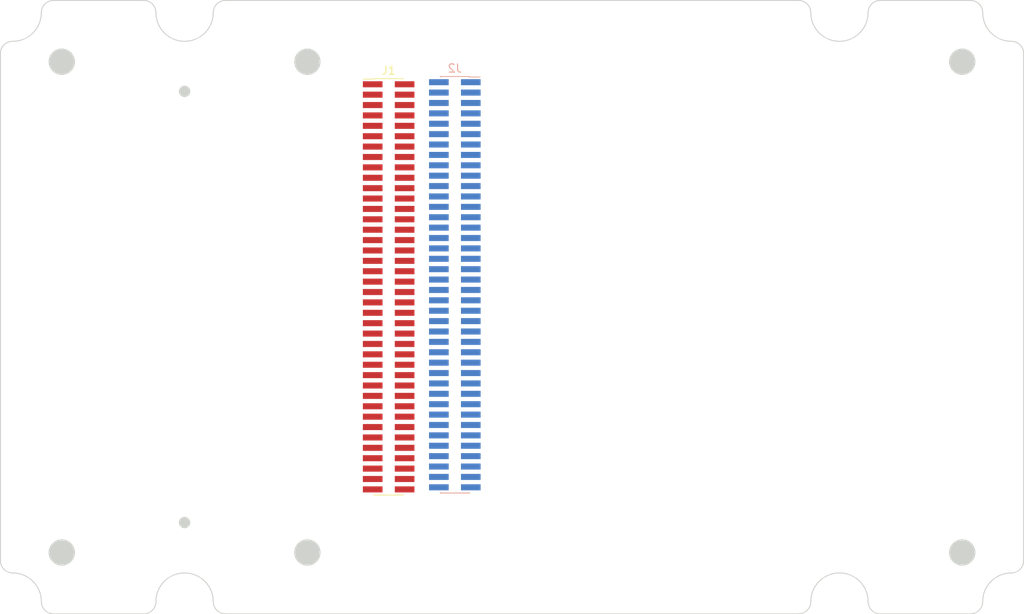
<source format=kicad_pcb>
(kicad_pcb (version 20171130) (host pcbnew "(5.0.0-rc2-dev-107-g49486b83b)")

  (general
    (thickness 1.6)
    (drawings 80)
    (tracks 0)
    (zones 0)
    (modules 2)
    (nets 75)
  )

  (page A4)
  (layers
    (0 F.Cu signal)
    (31 B.Cu signal)
    (32 B.Adhes user)
    (33 F.Adhes user)
    (34 B.Paste user)
    (35 F.Paste user)
    (36 B.SilkS user)
    (37 F.SilkS user)
    (38 B.Mask user)
    (39 F.Mask user)
    (40 Dwgs.User user)
    (41 Cmts.User user)
    (42 Eco1.User user)
    (43 Eco2.User user)
    (44 Edge.Cuts user)
    (45 Margin user)
    (46 B.CrtYd user)
    (47 F.CrtYd user)
    (48 B.Fab user)
    (49 F.Fab user)
  )

  (setup
    (last_trace_width 0.25)
    (trace_clearance 0.2)
    (zone_clearance 0.508)
    (zone_45_only no)
    (trace_min 0.2)
    (segment_width 0.2)
    (edge_width 0.15)
    (via_size 0.8)
    (via_drill 0.4)
    (via_min_size 0.4)
    (via_min_drill 0.3)
    (uvia_size 0.3)
    (uvia_drill 0.1)
    (uvias_allowed no)
    (uvia_min_size 0.2)
    (uvia_min_drill 0.1)
    (pcb_text_width 0.3)
    (pcb_text_size 1.5 1.5)
    (mod_edge_width 0.15)
    (mod_text_size 1 1)
    (mod_text_width 0.15)
    (pad_size 1.524 1.524)
    (pad_drill 0.762)
    (pad_to_mask_clearance 0.2)
    (aux_axis_origin 0 0)
    (visible_elements 7FFFFFFF)
    (pcbplotparams
      (layerselection 0x010fc_ffffffff)
      (usegerberextensions false)
      (usegerberattributes false)
      (usegerberadvancedattributes false)
      (creategerberjobfile false)
      (excludeedgelayer true)
      (linewidth 0.100000)
      (plotframeref false)
      (viasonmask false)
      (mode 1)
      (useauxorigin false)
      (hpglpennumber 1)
      (hpglpenspeed 20)
      (hpglpendiameter 15)
      (psnegative false)
      (psa4output false)
      (plotreference true)
      (plotvalue true)
      (plotinvisibletext false)
      (padsonsilk false)
      (subtractmaskfromsilk false)
      (outputformat 1)
      (mirror false)
      (drillshape 1)
      (scaleselection 1)
      (outputdirectory ""))
  )

  (net 0 "")
  (net 1 /BAT+)
  (net 2 /BAT-)
  (net 3 /VCC_5V)
  (net 4 /VCC_3V3)
  (net 5 /VCC_1V8)
  (net 6 /GND)
  (net 7 /UART_TX)
  (net 8 /UART_RX)
  (net 9 /I2C_SDA)
  (net 10 /I2C_SCL)
  (net 11 /SPI_MOSI)
  (net 12 /SPI_CLK)
  (net 13 /SPI_MISO)
  (net 14 /SPI_CS)
  (net 15 /USB_D+)
  (net 16 /USB_D-)
  (net 17 /CAH_H)
  (net 18 /CAN_L)
  (net 19 /SDIO_D0)
  (net 20 /SDIO_D1)
  (net 21 /SDIO_D2)
  (net 22 /SDIO_D3)
  (net 23 /SDIO_CMD)
  (net 24 /SDIO_CLK)
  (net 25 /I2S_DI)
  (net 26 /I2S_LRCLK)
  (net 27 /I2S_D0)
  (net 28 /I2S_CLK)
  (net 29 /PWM0)
  (net 30 /PWM1)
  (net 31 /ADC0)
  (net 32 /ADC1)
  (net 33 /DAC0)
  (net 34 /DAC1)
  (net 35 /GPIO0)
  (net 36 /GPIO1)
  (net 37 /GPIO2)
  (net 38 /GPIO3)
  (net 39 /GPIO4)
  (net 40 /GPIO5)
  (net 41 /GPIO6)
  (net 42 /GPIO7)
  (net 43 /GPIO8)
  (net 44 /GPIO9)
  (net 45 "Net-(J1-Pad51)")
  (net 46 "Net-(J1-Pad52)")
  (net 47 "Net-(J1-Pad53)")
  (net 48 "Net-(J1-Pad54)")
  (net 49 "Net-(J1-Pad55)")
  (net 50 "Net-(J1-Pad56)")
  (net 51 "Net-(J1-Pad57)")
  (net 52 "Net-(J1-Pad58)")
  (net 53 "Net-(J1-Pad59)")
  (net 54 "Net-(J1-Pad60)")
  (net 55 "Net-(J1-Pad61)")
  (net 56 "Net-(J1-Pad62)")
  (net 57 "Net-(J1-Pad63)")
  (net 58 "Net-(J1-Pad64)")
  (net 59 "Net-(J1-Pad65)")
  (net 60 "Net-(J1-Pad66)")
  (net 61 "Net-(J1-Pad67)")
  (net 62 "Net-(J1-Pad68)")
  (net 63 "Net-(J1-Pad69)")
  (net 64 "Net-(J1-Pad70)")
  (net 65 "Net-(J1-Pad71)")
  (net 66 "Net-(J1-Pad72)")
  (net 67 "Net-(J1-Pad73)")
  (net 68 "Net-(J1-Pad74)")
  (net 69 "Net-(J1-Pad75)")
  (net 70 "Net-(J1-Pad76)")
  (net 71 "Net-(J1-Pad77)")
  (net 72 "Net-(J1-Pad78)")
  (net 73 "Net-(J1-Pad79)")
  (net 74 "Net-(J1-Pad80)")

  (net_class Default 这是默认网络组.
    (clearance 0.2)
    (trace_width 0.25)
    (via_dia 0.8)
    (via_drill 0.4)
    (uvia_dia 0.3)
    (uvia_drill 0.1)
    (add_net /ADC0)
    (add_net /ADC1)
    (add_net /BAT+)
    (add_net /BAT-)
    (add_net /CAH_H)
    (add_net /CAN_L)
    (add_net /DAC0)
    (add_net /DAC1)
    (add_net /GND)
    (add_net /GPIO0)
    (add_net /GPIO1)
    (add_net /GPIO2)
    (add_net /GPIO3)
    (add_net /GPIO4)
    (add_net /GPIO5)
    (add_net /GPIO6)
    (add_net /GPIO7)
    (add_net /GPIO8)
    (add_net /GPIO9)
    (add_net /I2C_SCL)
    (add_net /I2C_SDA)
    (add_net /I2S_CLK)
    (add_net /I2S_D0)
    (add_net /I2S_DI)
    (add_net /I2S_LRCLK)
    (add_net /PWM0)
    (add_net /PWM1)
    (add_net /SDIO_CLK)
    (add_net /SDIO_CMD)
    (add_net /SDIO_D0)
    (add_net /SDIO_D1)
    (add_net /SDIO_D2)
    (add_net /SDIO_D3)
    (add_net /SPI_CLK)
    (add_net /SPI_CS)
    (add_net /SPI_MISO)
    (add_net /SPI_MOSI)
    (add_net /UART_RX)
    (add_net /UART_TX)
    (add_net /USB_D+)
    (add_net /USB_D-)
    (add_net /VCC_1V8)
    (add_net /VCC_3V3)
    (add_net /VCC_5V)
    (add_net "Net-(J1-Pad51)")
    (add_net "Net-(J1-Pad52)")
    (add_net "Net-(J1-Pad53)")
    (add_net "Net-(J1-Pad54)")
    (add_net "Net-(J1-Pad55)")
    (add_net "Net-(J1-Pad56)")
    (add_net "Net-(J1-Pad57)")
    (add_net "Net-(J1-Pad58)")
    (add_net "Net-(J1-Pad59)")
    (add_net "Net-(J1-Pad60)")
    (add_net "Net-(J1-Pad61)")
    (add_net "Net-(J1-Pad62)")
    (add_net "Net-(J1-Pad63)")
    (add_net "Net-(J1-Pad64)")
    (add_net "Net-(J1-Pad65)")
    (add_net "Net-(J1-Pad66)")
    (add_net "Net-(J1-Pad67)")
    (add_net "Net-(J1-Pad68)")
    (add_net "Net-(J1-Pad69)")
    (add_net "Net-(J1-Pad70)")
    (add_net "Net-(J1-Pad71)")
    (add_net "Net-(J1-Pad72)")
    (add_net "Net-(J1-Pad73)")
    (add_net "Net-(J1-Pad74)")
    (add_net "Net-(J1-Pad75)")
    (add_net "Net-(J1-Pad76)")
    (add_net "Net-(J1-Pad77)")
    (add_net "Net-(J1-Pad78)")
    (add_net "Net-(J1-Pad79)")
    (add_net "Net-(J1-Pad80)")
  )

  (module Connector_PinHeader_1.27mm:PinHeader_2x40_P1.27mm_Vertical_SMD (layer F.Cu) (tedit 59FED6E4) (tstamp 5AA8B86D)
    (at 123.444 102.87)
    (descr "surface-mounted straight pin header, 2x40, 1.27mm pitch, double rows")
    (tags "Surface mounted pin header SMD 2x40 1.27mm double row")
    (path /5AA9B0A6)
    (attr smd)
    (fp_text reference J1 (at 0 -26.46) (layer F.SilkS)
      (effects (font (size 1 1) (thickness 0.15)))
    )
    (fp_text value xconch_pinheader_2x40 (at 0 26.46) (layer F.Fab)
      (effects (font (size 1 1) (thickness 0.15)))
    )
    (fp_line (start 1.705 25.4) (end -1.705 25.4) (layer F.Fab) (width 0.1))
    (fp_line (start -1.27 -25.4) (end 1.705 -25.4) (layer F.Fab) (width 0.1))
    (fp_line (start -1.705 25.4) (end -1.705 -24.965) (layer F.Fab) (width 0.1))
    (fp_line (start -1.705 -24.965) (end -1.27 -25.4) (layer F.Fab) (width 0.1))
    (fp_line (start 1.705 -25.4) (end 1.705 25.4) (layer F.Fab) (width 0.1))
    (fp_line (start -1.705 -24.965) (end -2.75 -24.965) (layer F.Fab) (width 0.1))
    (fp_line (start -2.75 -24.965) (end -2.75 -24.565) (layer F.Fab) (width 0.1))
    (fp_line (start -2.75 -24.565) (end -1.705 -24.565) (layer F.Fab) (width 0.1))
    (fp_line (start 1.705 -24.965) (end 2.75 -24.965) (layer F.Fab) (width 0.1))
    (fp_line (start 2.75 -24.965) (end 2.75 -24.565) (layer F.Fab) (width 0.1))
    (fp_line (start 2.75 -24.565) (end 1.705 -24.565) (layer F.Fab) (width 0.1))
    (fp_line (start -1.705 -23.695) (end -2.75 -23.695) (layer F.Fab) (width 0.1))
    (fp_line (start -2.75 -23.695) (end -2.75 -23.295) (layer F.Fab) (width 0.1))
    (fp_line (start -2.75 -23.295) (end -1.705 -23.295) (layer F.Fab) (width 0.1))
    (fp_line (start 1.705 -23.695) (end 2.75 -23.695) (layer F.Fab) (width 0.1))
    (fp_line (start 2.75 -23.695) (end 2.75 -23.295) (layer F.Fab) (width 0.1))
    (fp_line (start 2.75 -23.295) (end 1.705 -23.295) (layer F.Fab) (width 0.1))
    (fp_line (start -1.705 -22.425) (end -2.75 -22.425) (layer F.Fab) (width 0.1))
    (fp_line (start -2.75 -22.425) (end -2.75 -22.025) (layer F.Fab) (width 0.1))
    (fp_line (start -2.75 -22.025) (end -1.705 -22.025) (layer F.Fab) (width 0.1))
    (fp_line (start 1.705 -22.425) (end 2.75 -22.425) (layer F.Fab) (width 0.1))
    (fp_line (start 2.75 -22.425) (end 2.75 -22.025) (layer F.Fab) (width 0.1))
    (fp_line (start 2.75 -22.025) (end 1.705 -22.025) (layer F.Fab) (width 0.1))
    (fp_line (start -1.705 -21.155) (end -2.75 -21.155) (layer F.Fab) (width 0.1))
    (fp_line (start -2.75 -21.155) (end -2.75 -20.755) (layer F.Fab) (width 0.1))
    (fp_line (start -2.75 -20.755) (end -1.705 -20.755) (layer F.Fab) (width 0.1))
    (fp_line (start 1.705 -21.155) (end 2.75 -21.155) (layer F.Fab) (width 0.1))
    (fp_line (start 2.75 -21.155) (end 2.75 -20.755) (layer F.Fab) (width 0.1))
    (fp_line (start 2.75 -20.755) (end 1.705 -20.755) (layer F.Fab) (width 0.1))
    (fp_line (start -1.705 -19.885) (end -2.75 -19.885) (layer F.Fab) (width 0.1))
    (fp_line (start -2.75 -19.885) (end -2.75 -19.485) (layer F.Fab) (width 0.1))
    (fp_line (start -2.75 -19.485) (end -1.705 -19.485) (layer F.Fab) (width 0.1))
    (fp_line (start 1.705 -19.885) (end 2.75 -19.885) (layer F.Fab) (width 0.1))
    (fp_line (start 2.75 -19.885) (end 2.75 -19.485) (layer F.Fab) (width 0.1))
    (fp_line (start 2.75 -19.485) (end 1.705 -19.485) (layer F.Fab) (width 0.1))
    (fp_line (start -1.705 -18.615) (end -2.75 -18.615) (layer F.Fab) (width 0.1))
    (fp_line (start -2.75 -18.615) (end -2.75 -18.215) (layer F.Fab) (width 0.1))
    (fp_line (start -2.75 -18.215) (end -1.705 -18.215) (layer F.Fab) (width 0.1))
    (fp_line (start 1.705 -18.615) (end 2.75 -18.615) (layer F.Fab) (width 0.1))
    (fp_line (start 2.75 -18.615) (end 2.75 -18.215) (layer F.Fab) (width 0.1))
    (fp_line (start 2.75 -18.215) (end 1.705 -18.215) (layer F.Fab) (width 0.1))
    (fp_line (start -1.705 -17.345) (end -2.75 -17.345) (layer F.Fab) (width 0.1))
    (fp_line (start -2.75 -17.345) (end -2.75 -16.945) (layer F.Fab) (width 0.1))
    (fp_line (start -2.75 -16.945) (end -1.705 -16.945) (layer F.Fab) (width 0.1))
    (fp_line (start 1.705 -17.345) (end 2.75 -17.345) (layer F.Fab) (width 0.1))
    (fp_line (start 2.75 -17.345) (end 2.75 -16.945) (layer F.Fab) (width 0.1))
    (fp_line (start 2.75 -16.945) (end 1.705 -16.945) (layer F.Fab) (width 0.1))
    (fp_line (start -1.705 -16.075) (end -2.75 -16.075) (layer F.Fab) (width 0.1))
    (fp_line (start -2.75 -16.075) (end -2.75 -15.675) (layer F.Fab) (width 0.1))
    (fp_line (start -2.75 -15.675) (end -1.705 -15.675) (layer F.Fab) (width 0.1))
    (fp_line (start 1.705 -16.075) (end 2.75 -16.075) (layer F.Fab) (width 0.1))
    (fp_line (start 2.75 -16.075) (end 2.75 -15.675) (layer F.Fab) (width 0.1))
    (fp_line (start 2.75 -15.675) (end 1.705 -15.675) (layer F.Fab) (width 0.1))
    (fp_line (start -1.705 -14.805) (end -2.75 -14.805) (layer F.Fab) (width 0.1))
    (fp_line (start -2.75 -14.805) (end -2.75 -14.405) (layer F.Fab) (width 0.1))
    (fp_line (start -2.75 -14.405) (end -1.705 -14.405) (layer F.Fab) (width 0.1))
    (fp_line (start 1.705 -14.805) (end 2.75 -14.805) (layer F.Fab) (width 0.1))
    (fp_line (start 2.75 -14.805) (end 2.75 -14.405) (layer F.Fab) (width 0.1))
    (fp_line (start 2.75 -14.405) (end 1.705 -14.405) (layer F.Fab) (width 0.1))
    (fp_line (start -1.705 -13.535) (end -2.75 -13.535) (layer F.Fab) (width 0.1))
    (fp_line (start -2.75 -13.535) (end -2.75 -13.135) (layer F.Fab) (width 0.1))
    (fp_line (start -2.75 -13.135) (end -1.705 -13.135) (layer F.Fab) (width 0.1))
    (fp_line (start 1.705 -13.535) (end 2.75 -13.535) (layer F.Fab) (width 0.1))
    (fp_line (start 2.75 -13.535) (end 2.75 -13.135) (layer F.Fab) (width 0.1))
    (fp_line (start 2.75 -13.135) (end 1.705 -13.135) (layer F.Fab) (width 0.1))
    (fp_line (start -1.705 -12.265) (end -2.75 -12.265) (layer F.Fab) (width 0.1))
    (fp_line (start -2.75 -12.265) (end -2.75 -11.865) (layer F.Fab) (width 0.1))
    (fp_line (start -2.75 -11.865) (end -1.705 -11.865) (layer F.Fab) (width 0.1))
    (fp_line (start 1.705 -12.265) (end 2.75 -12.265) (layer F.Fab) (width 0.1))
    (fp_line (start 2.75 -12.265) (end 2.75 -11.865) (layer F.Fab) (width 0.1))
    (fp_line (start 2.75 -11.865) (end 1.705 -11.865) (layer F.Fab) (width 0.1))
    (fp_line (start -1.705 -10.995) (end -2.75 -10.995) (layer F.Fab) (width 0.1))
    (fp_line (start -2.75 -10.995) (end -2.75 -10.595) (layer F.Fab) (width 0.1))
    (fp_line (start -2.75 -10.595) (end -1.705 -10.595) (layer F.Fab) (width 0.1))
    (fp_line (start 1.705 -10.995) (end 2.75 -10.995) (layer F.Fab) (width 0.1))
    (fp_line (start 2.75 -10.995) (end 2.75 -10.595) (layer F.Fab) (width 0.1))
    (fp_line (start 2.75 -10.595) (end 1.705 -10.595) (layer F.Fab) (width 0.1))
    (fp_line (start -1.705 -9.725) (end -2.75 -9.725) (layer F.Fab) (width 0.1))
    (fp_line (start -2.75 -9.725) (end -2.75 -9.325) (layer F.Fab) (width 0.1))
    (fp_line (start -2.75 -9.325) (end -1.705 -9.325) (layer F.Fab) (width 0.1))
    (fp_line (start 1.705 -9.725) (end 2.75 -9.725) (layer F.Fab) (width 0.1))
    (fp_line (start 2.75 -9.725) (end 2.75 -9.325) (layer F.Fab) (width 0.1))
    (fp_line (start 2.75 -9.325) (end 1.705 -9.325) (layer F.Fab) (width 0.1))
    (fp_line (start -1.705 -8.455) (end -2.75 -8.455) (layer F.Fab) (width 0.1))
    (fp_line (start -2.75 -8.455) (end -2.75 -8.055) (layer F.Fab) (width 0.1))
    (fp_line (start -2.75 -8.055) (end -1.705 -8.055) (layer F.Fab) (width 0.1))
    (fp_line (start 1.705 -8.455) (end 2.75 -8.455) (layer F.Fab) (width 0.1))
    (fp_line (start 2.75 -8.455) (end 2.75 -8.055) (layer F.Fab) (width 0.1))
    (fp_line (start 2.75 -8.055) (end 1.705 -8.055) (layer F.Fab) (width 0.1))
    (fp_line (start -1.705 -7.185) (end -2.75 -7.185) (layer F.Fab) (width 0.1))
    (fp_line (start -2.75 -7.185) (end -2.75 -6.785) (layer F.Fab) (width 0.1))
    (fp_line (start -2.75 -6.785) (end -1.705 -6.785) (layer F.Fab) (width 0.1))
    (fp_line (start 1.705 -7.185) (end 2.75 -7.185) (layer F.Fab) (width 0.1))
    (fp_line (start 2.75 -7.185) (end 2.75 -6.785) (layer F.Fab) (width 0.1))
    (fp_line (start 2.75 -6.785) (end 1.705 -6.785) (layer F.Fab) (width 0.1))
    (fp_line (start -1.705 -5.915) (end -2.75 -5.915) (layer F.Fab) (width 0.1))
    (fp_line (start -2.75 -5.915) (end -2.75 -5.515) (layer F.Fab) (width 0.1))
    (fp_line (start -2.75 -5.515) (end -1.705 -5.515) (layer F.Fab) (width 0.1))
    (fp_line (start 1.705 -5.915) (end 2.75 -5.915) (layer F.Fab) (width 0.1))
    (fp_line (start 2.75 -5.915) (end 2.75 -5.515) (layer F.Fab) (width 0.1))
    (fp_line (start 2.75 -5.515) (end 1.705 -5.515) (layer F.Fab) (width 0.1))
    (fp_line (start -1.705 -4.645) (end -2.75 -4.645) (layer F.Fab) (width 0.1))
    (fp_line (start -2.75 -4.645) (end -2.75 -4.245) (layer F.Fab) (width 0.1))
    (fp_line (start -2.75 -4.245) (end -1.705 -4.245) (layer F.Fab) (width 0.1))
    (fp_line (start 1.705 -4.645) (end 2.75 -4.645) (layer F.Fab) (width 0.1))
    (fp_line (start 2.75 -4.645) (end 2.75 -4.245) (layer F.Fab) (width 0.1))
    (fp_line (start 2.75 -4.245) (end 1.705 -4.245) (layer F.Fab) (width 0.1))
    (fp_line (start -1.705 -3.375) (end -2.75 -3.375) (layer F.Fab) (width 0.1))
    (fp_line (start -2.75 -3.375) (end -2.75 -2.975) (layer F.Fab) (width 0.1))
    (fp_line (start -2.75 -2.975) (end -1.705 -2.975) (layer F.Fab) (width 0.1))
    (fp_line (start 1.705 -3.375) (end 2.75 -3.375) (layer F.Fab) (width 0.1))
    (fp_line (start 2.75 -3.375) (end 2.75 -2.975) (layer F.Fab) (width 0.1))
    (fp_line (start 2.75 -2.975) (end 1.705 -2.975) (layer F.Fab) (width 0.1))
    (fp_line (start -1.705 -2.105) (end -2.75 -2.105) (layer F.Fab) (width 0.1))
    (fp_line (start -2.75 -2.105) (end -2.75 -1.705) (layer F.Fab) (width 0.1))
    (fp_line (start -2.75 -1.705) (end -1.705 -1.705) (layer F.Fab) (width 0.1))
    (fp_line (start 1.705 -2.105) (end 2.75 -2.105) (layer F.Fab) (width 0.1))
    (fp_line (start 2.75 -2.105) (end 2.75 -1.705) (layer F.Fab) (width 0.1))
    (fp_line (start 2.75 -1.705) (end 1.705 -1.705) (layer F.Fab) (width 0.1))
    (fp_line (start -1.705 -0.835) (end -2.75 -0.835) (layer F.Fab) (width 0.1))
    (fp_line (start -2.75 -0.835) (end -2.75 -0.435) (layer F.Fab) (width 0.1))
    (fp_line (start -2.75 -0.435) (end -1.705 -0.435) (layer F.Fab) (width 0.1))
    (fp_line (start 1.705 -0.835) (end 2.75 -0.835) (layer F.Fab) (width 0.1))
    (fp_line (start 2.75 -0.835) (end 2.75 -0.435) (layer F.Fab) (width 0.1))
    (fp_line (start 2.75 -0.435) (end 1.705 -0.435) (layer F.Fab) (width 0.1))
    (fp_line (start -1.705 0.435) (end -2.75 0.435) (layer F.Fab) (width 0.1))
    (fp_line (start -2.75 0.435) (end -2.75 0.835) (layer F.Fab) (width 0.1))
    (fp_line (start -2.75 0.835) (end -1.705 0.835) (layer F.Fab) (width 0.1))
    (fp_line (start 1.705 0.435) (end 2.75 0.435) (layer F.Fab) (width 0.1))
    (fp_line (start 2.75 0.435) (end 2.75 0.835) (layer F.Fab) (width 0.1))
    (fp_line (start 2.75 0.835) (end 1.705 0.835) (layer F.Fab) (width 0.1))
    (fp_line (start -1.705 1.705) (end -2.75 1.705) (layer F.Fab) (width 0.1))
    (fp_line (start -2.75 1.705) (end -2.75 2.105) (layer F.Fab) (width 0.1))
    (fp_line (start -2.75 2.105) (end -1.705 2.105) (layer F.Fab) (width 0.1))
    (fp_line (start 1.705 1.705) (end 2.75 1.705) (layer F.Fab) (width 0.1))
    (fp_line (start 2.75 1.705) (end 2.75 2.105) (layer F.Fab) (width 0.1))
    (fp_line (start 2.75 2.105) (end 1.705 2.105) (layer F.Fab) (width 0.1))
    (fp_line (start -1.705 2.975) (end -2.75 2.975) (layer F.Fab) (width 0.1))
    (fp_line (start -2.75 2.975) (end -2.75 3.375) (layer F.Fab) (width 0.1))
    (fp_line (start -2.75 3.375) (end -1.705 3.375) (layer F.Fab) (width 0.1))
    (fp_line (start 1.705 2.975) (end 2.75 2.975) (layer F.Fab) (width 0.1))
    (fp_line (start 2.75 2.975) (end 2.75 3.375) (layer F.Fab) (width 0.1))
    (fp_line (start 2.75 3.375) (end 1.705 3.375) (layer F.Fab) (width 0.1))
    (fp_line (start -1.705 4.245) (end -2.75 4.245) (layer F.Fab) (width 0.1))
    (fp_line (start -2.75 4.245) (end -2.75 4.645) (layer F.Fab) (width 0.1))
    (fp_line (start -2.75 4.645) (end -1.705 4.645) (layer F.Fab) (width 0.1))
    (fp_line (start 1.705 4.245) (end 2.75 4.245) (layer F.Fab) (width 0.1))
    (fp_line (start 2.75 4.245) (end 2.75 4.645) (layer F.Fab) (width 0.1))
    (fp_line (start 2.75 4.645) (end 1.705 4.645) (layer F.Fab) (width 0.1))
    (fp_line (start -1.705 5.515) (end -2.75 5.515) (layer F.Fab) (width 0.1))
    (fp_line (start -2.75 5.515) (end -2.75 5.915) (layer F.Fab) (width 0.1))
    (fp_line (start -2.75 5.915) (end -1.705 5.915) (layer F.Fab) (width 0.1))
    (fp_line (start 1.705 5.515) (end 2.75 5.515) (layer F.Fab) (width 0.1))
    (fp_line (start 2.75 5.515) (end 2.75 5.915) (layer F.Fab) (width 0.1))
    (fp_line (start 2.75 5.915) (end 1.705 5.915) (layer F.Fab) (width 0.1))
    (fp_line (start -1.705 6.785) (end -2.75 6.785) (layer F.Fab) (width 0.1))
    (fp_line (start -2.75 6.785) (end -2.75 7.185) (layer F.Fab) (width 0.1))
    (fp_line (start -2.75 7.185) (end -1.705 7.185) (layer F.Fab) (width 0.1))
    (fp_line (start 1.705 6.785) (end 2.75 6.785) (layer F.Fab) (width 0.1))
    (fp_line (start 2.75 6.785) (end 2.75 7.185) (layer F.Fab) (width 0.1))
    (fp_line (start 2.75 7.185) (end 1.705 7.185) (layer F.Fab) (width 0.1))
    (fp_line (start -1.705 8.055) (end -2.75 8.055) (layer F.Fab) (width 0.1))
    (fp_line (start -2.75 8.055) (end -2.75 8.455) (layer F.Fab) (width 0.1))
    (fp_line (start -2.75 8.455) (end -1.705 8.455) (layer F.Fab) (width 0.1))
    (fp_line (start 1.705 8.055) (end 2.75 8.055) (layer F.Fab) (width 0.1))
    (fp_line (start 2.75 8.055) (end 2.75 8.455) (layer F.Fab) (width 0.1))
    (fp_line (start 2.75 8.455) (end 1.705 8.455) (layer F.Fab) (width 0.1))
    (fp_line (start -1.705 9.325) (end -2.75 9.325) (layer F.Fab) (width 0.1))
    (fp_line (start -2.75 9.325) (end -2.75 9.725) (layer F.Fab) (width 0.1))
    (fp_line (start -2.75 9.725) (end -1.705 9.725) (layer F.Fab) (width 0.1))
    (fp_line (start 1.705 9.325) (end 2.75 9.325) (layer F.Fab) (width 0.1))
    (fp_line (start 2.75 9.325) (end 2.75 9.725) (layer F.Fab) (width 0.1))
    (fp_line (start 2.75 9.725) (end 1.705 9.725) (layer F.Fab) (width 0.1))
    (fp_line (start -1.705 10.595) (end -2.75 10.595) (layer F.Fab) (width 0.1))
    (fp_line (start -2.75 10.595) (end -2.75 10.995) (layer F.Fab) (width 0.1))
    (fp_line (start -2.75 10.995) (end -1.705 10.995) (layer F.Fab) (width 0.1))
    (fp_line (start 1.705 10.595) (end 2.75 10.595) (layer F.Fab) (width 0.1))
    (fp_line (start 2.75 10.595) (end 2.75 10.995) (layer F.Fab) (width 0.1))
    (fp_line (start 2.75 10.995) (end 1.705 10.995) (layer F.Fab) (width 0.1))
    (fp_line (start -1.705 11.865) (end -2.75 11.865) (layer F.Fab) (width 0.1))
    (fp_line (start -2.75 11.865) (end -2.75 12.265) (layer F.Fab) (width 0.1))
    (fp_line (start -2.75 12.265) (end -1.705 12.265) (layer F.Fab) (width 0.1))
    (fp_line (start 1.705 11.865) (end 2.75 11.865) (layer F.Fab) (width 0.1))
    (fp_line (start 2.75 11.865) (end 2.75 12.265) (layer F.Fab) (width 0.1))
    (fp_line (start 2.75 12.265) (end 1.705 12.265) (layer F.Fab) (width 0.1))
    (fp_line (start -1.705 13.135) (end -2.75 13.135) (layer F.Fab) (width 0.1))
    (fp_line (start -2.75 13.135) (end -2.75 13.535) (layer F.Fab) (width 0.1))
    (fp_line (start -2.75 13.535) (end -1.705 13.535) (layer F.Fab) (width 0.1))
    (fp_line (start 1.705 13.135) (end 2.75 13.135) (layer F.Fab) (width 0.1))
    (fp_line (start 2.75 13.135) (end 2.75 13.535) (layer F.Fab) (width 0.1))
    (fp_line (start 2.75 13.535) (end 1.705 13.535) (layer F.Fab) (width 0.1))
    (fp_line (start -1.705 14.405) (end -2.75 14.405) (layer F.Fab) (width 0.1))
    (fp_line (start -2.75 14.405) (end -2.75 14.805) (layer F.Fab) (width 0.1))
    (fp_line (start -2.75 14.805) (end -1.705 14.805) (layer F.Fab) (width 0.1))
    (fp_line (start 1.705 14.405) (end 2.75 14.405) (layer F.Fab) (width 0.1))
    (fp_line (start 2.75 14.405) (end 2.75 14.805) (layer F.Fab) (width 0.1))
    (fp_line (start 2.75 14.805) (end 1.705 14.805) (layer F.Fab) (width 0.1))
    (fp_line (start -1.705 15.675) (end -2.75 15.675) (layer F.Fab) (width 0.1))
    (fp_line (start -2.75 15.675) (end -2.75 16.075) (layer F.Fab) (width 0.1))
    (fp_line (start -2.75 16.075) (end -1.705 16.075) (layer F.Fab) (width 0.1))
    (fp_line (start 1.705 15.675) (end 2.75 15.675) (layer F.Fab) (width 0.1))
    (fp_line (start 2.75 15.675) (end 2.75 16.075) (layer F.Fab) (width 0.1))
    (fp_line (start 2.75 16.075) (end 1.705 16.075) (layer F.Fab) (width 0.1))
    (fp_line (start -1.705 16.945) (end -2.75 16.945) (layer F.Fab) (width 0.1))
    (fp_line (start -2.75 16.945) (end -2.75 17.345) (layer F.Fab) (width 0.1))
    (fp_line (start -2.75 17.345) (end -1.705 17.345) (layer F.Fab) (width 0.1))
    (fp_line (start 1.705 16.945) (end 2.75 16.945) (layer F.Fab) (width 0.1))
    (fp_line (start 2.75 16.945) (end 2.75 17.345) (layer F.Fab) (width 0.1))
    (fp_line (start 2.75 17.345) (end 1.705 17.345) (layer F.Fab) (width 0.1))
    (fp_line (start -1.705 18.215) (end -2.75 18.215) (layer F.Fab) (width 0.1))
    (fp_line (start -2.75 18.215) (end -2.75 18.615) (layer F.Fab) (width 0.1))
    (fp_line (start -2.75 18.615) (end -1.705 18.615) (layer F.Fab) (width 0.1))
    (fp_line (start 1.705 18.215) (end 2.75 18.215) (layer F.Fab) (width 0.1))
    (fp_line (start 2.75 18.215) (end 2.75 18.615) (layer F.Fab) (width 0.1))
    (fp_line (start 2.75 18.615) (end 1.705 18.615) (layer F.Fab) (width 0.1))
    (fp_line (start -1.705 19.485) (end -2.75 19.485) (layer F.Fab) (width 0.1))
    (fp_line (start -2.75 19.485) (end -2.75 19.885) (layer F.Fab) (width 0.1))
    (fp_line (start -2.75 19.885) (end -1.705 19.885) (layer F.Fab) (width 0.1))
    (fp_line (start 1.705 19.485) (end 2.75 19.485) (layer F.Fab) (width 0.1))
    (fp_line (start 2.75 19.485) (end 2.75 19.885) (layer F.Fab) (width 0.1))
    (fp_line (start 2.75 19.885) (end 1.705 19.885) (layer F.Fab) (width 0.1))
    (fp_line (start -1.705 20.755) (end -2.75 20.755) (layer F.Fab) (width 0.1))
    (fp_line (start -2.75 20.755) (end -2.75 21.155) (layer F.Fab) (width 0.1))
    (fp_line (start -2.75 21.155) (end -1.705 21.155) (layer F.Fab) (width 0.1))
    (fp_line (start 1.705 20.755) (end 2.75 20.755) (layer F.Fab) (width 0.1))
    (fp_line (start 2.75 20.755) (end 2.75 21.155) (layer F.Fab) (width 0.1))
    (fp_line (start 2.75 21.155) (end 1.705 21.155) (layer F.Fab) (width 0.1))
    (fp_line (start -1.705 22.025) (end -2.75 22.025) (layer F.Fab) (width 0.1))
    (fp_line (start -2.75 22.025) (end -2.75 22.425) (layer F.Fab) (width 0.1))
    (fp_line (start -2.75 22.425) (end -1.705 22.425) (layer F.Fab) (width 0.1))
    (fp_line (start 1.705 22.025) (end 2.75 22.025) (layer F.Fab) (width 0.1))
    (fp_line (start 2.75 22.025) (end 2.75 22.425) (layer F.Fab) (width 0.1))
    (fp_line (start 2.75 22.425) (end 1.705 22.425) (layer F.Fab) (width 0.1))
    (fp_line (start -1.705 23.295) (end -2.75 23.295) (layer F.Fab) (width 0.1))
    (fp_line (start -2.75 23.295) (end -2.75 23.695) (layer F.Fab) (width 0.1))
    (fp_line (start -2.75 23.695) (end -1.705 23.695) (layer F.Fab) (width 0.1))
    (fp_line (start 1.705 23.295) (end 2.75 23.295) (layer F.Fab) (width 0.1))
    (fp_line (start 2.75 23.295) (end 2.75 23.695) (layer F.Fab) (width 0.1))
    (fp_line (start 2.75 23.695) (end 1.705 23.695) (layer F.Fab) (width 0.1))
    (fp_line (start -1.705 24.565) (end -2.75 24.565) (layer F.Fab) (width 0.1))
    (fp_line (start -2.75 24.565) (end -2.75 24.965) (layer F.Fab) (width 0.1))
    (fp_line (start -2.75 24.965) (end -1.705 24.965) (layer F.Fab) (width 0.1))
    (fp_line (start 1.705 24.565) (end 2.75 24.565) (layer F.Fab) (width 0.1))
    (fp_line (start 2.75 24.565) (end 2.75 24.965) (layer F.Fab) (width 0.1))
    (fp_line (start 2.75 24.965) (end 1.705 24.965) (layer F.Fab) (width 0.1))
    (fp_line (start -1.765 -25.46) (end 1.765 -25.46) (layer F.SilkS) (width 0.12))
    (fp_line (start -1.765 25.46) (end 1.765 25.46) (layer F.SilkS) (width 0.12))
    (fp_line (start -3.09 -25.395) (end -1.765 -25.395) (layer F.SilkS) (width 0.12))
    (fp_line (start -1.765 -25.46) (end -1.765 -25.395) (layer F.SilkS) (width 0.12))
    (fp_line (start 1.765 -25.46) (end 1.765 -25.395) (layer F.SilkS) (width 0.12))
    (fp_line (start -1.765 25.395) (end -1.765 25.46) (layer F.SilkS) (width 0.12))
    (fp_line (start 1.765 25.395) (end 1.765 25.46) (layer F.SilkS) (width 0.12))
    (fp_line (start -4.3 -25.9) (end -4.3 25.9) (layer F.CrtYd) (width 0.05))
    (fp_line (start -4.3 25.9) (end 4.3 25.9) (layer F.CrtYd) (width 0.05))
    (fp_line (start 4.3 25.9) (end 4.3 -25.9) (layer F.CrtYd) (width 0.05))
    (fp_line (start 4.3 -25.9) (end -4.3 -25.9) (layer F.CrtYd) (width 0.05))
    (fp_text user %R (at 0 0 90) (layer F.Fab)
      (effects (font (size 1 1) (thickness 0.15)))
    )
    (pad 1 smd rect (at -1.95 -24.765) (size 2.4 0.74) (layers F.Cu F.Paste F.Mask)
      (net 1 /BAT+))
    (pad 2 smd rect (at 1.95 -24.765) (size 2.4 0.74) (layers F.Cu F.Paste F.Mask)
      (net 2 /BAT-))
    (pad 3 smd rect (at -1.95 -23.495) (size 2.4 0.74) (layers F.Cu F.Paste F.Mask)
      (net 3 /VCC_5V))
    (pad 4 smd rect (at 1.95 -23.495) (size 2.4 0.74) (layers F.Cu F.Paste F.Mask)
      (net 3 /VCC_5V))
    (pad 5 smd rect (at -1.95 -22.225) (size 2.4 0.74) (layers F.Cu F.Paste F.Mask)
      (net 4 /VCC_3V3))
    (pad 6 smd rect (at 1.95 -22.225) (size 2.4 0.74) (layers F.Cu F.Paste F.Mask)
      (net 4 /VCC_3V3))
    (pad 7 smd rect (at -1.95 -20.955) (size 2.4 0.74) (layers F.Cu F.Paste F.Mask)
      (net 5 /VCC_1V8))
    (pad 8 smd rect (at 1.95 -20.955) (size 2.4 0.74) (layers F.Cu F.Paste F.Mask)
      (net 5 /VCC_1V8))
    (pad 9 smd rect (at -1.95 -19.685) (size 2.4 0.74) (layers F.Cu F.Paste F.Mask)
      (net 6 /GND))
    (pad 10 smd rect (at 1.95 -19.685) (size 2.4 0.74) (layers F.Cu F.Paste F.Mask)
      (net 6 /GND))
    (pad 11 smd rect (at -1.95 -18.415) (size 2.4 0.74) (layers F.Cu F.Paste F.Mask)
      (net 7 /UART_TX))
    (pad 12 smd rect (at 1.95 -18.415) (size 2.4 0.74) (layers F.Cu F.Paste F.Mask)
      (net 8 /UART_RX))
    (pad 13 smd rect (at -1.95 -17.145) (size 2.4 0.74) (layers F.Cu F.Paste F.Mask)
      (net 9 /I2C_SDA))
    (pad 14 smd rect (at 1.95 -17.145) (size 2.4 0.74) (layers F.Cu F.Paste F.Mask)
      (net 10 /I2C_SCL))
    (pad 15 smd rect (at -1.95 -15.875) (size 2.4 0.74) (layers F.Cu F.Paste F.Mask)
      (net 11 /SPI_MOSI))
    (pad 16 smd rect (at 1.95 -15.875) (size 2.4 0.74) (layers F.Cu F.Paste F.Mask)
      (net 12 /SPI_CLK))
    (pad 17 smd rect (at -1.95 -14.605) (size 2.4 0.74) (layers F.Cu F.Paste F.Mask)
      (net 13 /SPI_MISO))
    (pad 18 smd rect (at 1.95 -14.605) (size 2.4 0.74) (layers F.Cu F.Paste F.Mask)
      (net 14 /SPI_CS))
    (pad 19 smd rect (at -1.95 -13.335) (size 2.4 0.74) (layers F.Cu F.Paste F.Mask)
      (net 15 /USB_D+))
    (pad 20 smd rect (at 1.95 -13.335) (size 2.4 0.74) (layers F.Cu F.Paste F.Mask)
      (net 16 /USB_D-))
    (pad 21 smd rect (at -1.95 -12.065) (size 2.4 0.74) (layers F.Cu F.Paste F.Mask)
      (net 17 /CAH_H))
    (pad 22 smd rect (at 1.95 -12.065) (size 2.4 0.74) (layers F.Cu F.Paste F.Mask)
      (net 18 /CAN_L))
    (pad 23 smd rect (at -1.95 -10.795) (size 2.4 0.74) (layers F.Cu F.Paste F.Mask)
      (net 19 /SDIO_D0))
    (pad 24 smd rect (at 1.95 -10.795) (size 2.4 0.74) (layers F.Cu F.Paste F.Mask)
      (net 20 /SDIO_D1))
    (pad 25 smd rect (at -1.95 -9.525) (size 2.4 0.74) (layers F.Cu F.Paste F.Mask)
      (net 21 /SDIO_D2))
    (pad 26 smd rect (at 1.95 -9.525) (size 2.4 0.74) (layers F.Cu F.Paste F.Mask)
      (net 22 /SDIO_D3))
    (pad 27 smd rect (at -1.95 -8.255) (size 2.4 0.74) (layers F.Cu F.Paste F.Mask)
      (net 23 /SDIO_CMD))
    (pad 28 smd rect (at 1.95 -8.255) (size 2.4 0.74) (layers F.Cu F.Paste F.Mask)
      (net 24 /SDIO_CLK))
    (pad 29 smd rect (at -1.95 -6.985) (size 2.4 0.74) (layers F.Cu F.Paste F.Mask)
      (net 25 /I2S_DI))
    (pad 30 smd rect (at 1.95 -6.985) (size 2.4 0.74) (layers F.Cu F.Paste F.Mask)
      (net 26 /I2S_LRCLK))
    (pad 31 smd rect (at -1.95 -5.715) (size 2.4 0.74) (layers F.Cu F.Paste F.Mask)
      (net 27 /I2S_D0))
    (pad 32 smd rect (at 1.95 -5.715) (size 2.4 0.74) (layers F.Cu F.Paste F.Mask)
      (net 28 /I2S_CLK))
    (pad 33 smd rect (at -1.95 -4.445) (size 2.4 0.74) (layers F.Cu F.Paste F.Mask)
      (net 29 /PWM0))
    (pad 34 smd rect (at 1.95 -4.445) (size 2.4 0.74) (layers F.Cu F.Paste F.Mask)
      (net 30 /PWM1))
    (pad 35 smd rect (at -1.95 -3.175) (size 2.4 0.74) (layers F.Cu F.Paste F.Mask)
      (net 31 /ADC0))
    (pad 36 smd rect (at 1.95 -3.175) (size 2.4 0.74) (layers F.Cu F.Paste F.Mask)
      (net 32 /ADC1))
    (pad 37 smd rect (at -1.95 -1.905) (size 2.4 0.74) (layers F.Cu F.Paste F.Mask)
      (net 33 /DAC0))
    (pad 38 smd rect (at 1.95 -1.905) (size 2.4 0.74) (layers F.Cu F.Paste F.Mask)
      (net 34 /DAC1))
    (pad 39 smd rect (at -1.95 -0.635) (size 2.4 0.74) (layers F.Cu F.Paste F.Mask)
      (net 35 /GPIO0))
    (pad 40 smd rect (at 1.95 -0.635) (size 2.4 0.74) (layers F.Cu F.Paste F.Mask)
      (net 36 /GPIO1))
    (pad 41 smd rect (at -1.95 0.635) (size 2.4 0.74) (layers F.Cu F.Paste F.Mask)
      (net 37 /GPIO2))
    (pad 42 smd rect (at 1.95 0.635) (size 2.4 0.74) (layers F.Cu F.Paste F.Mask)
      (net 38 /GPIO3))
    (pad 43 smd rect (at -1.95 1.905) (size 2.4 0.74) (layers F.Cu F.Paste F.Mask)
      (net 39 /GPIO4))
    (pad 44 smd rect (at 1.95 1.905) (size 2.4 0.74) (layers F.Cu F.Paste F.Mask)
      (net 40 /GPIO5))
    (pad 45 smd rect (at -1.95 3.175) (size 2.4 0.74) (layers F.Cu F.Paste F.Mask)
      (net 41 /GPIO6))
    (pad 46 smd rect (at 1.95 3.175) (size 2.4 0.74) (layers F.Cu F.Paste F.Mask)
      (net 42 /GPIO7))
    (pad 47 smd rect (at -1.95 4.445) (size 2.4 0.74) (layers F.Cu F.Paste F.Mask)
      (net 43 /GPIO8))
    (pad 48 smd rect (at 1.95 4.445) (size 2.4 0.74) (layers F.Cu F.Paste F.Mask)
      (net 44 /GPIO9))
    (pad 49 smd rect (at -1.95 5.715) (size 2.4 0.74) (layers F.Cu F.Paste F.Mask)
      (net 6 /GND))
    (pad 50 smd rect (at 1.95 5.715) (size 2.4 0.74) (layers F.Cu F.Paste F.Mask)
      (net 6 /GND))
    (pad 51 smd rect (at -1.95 6.985) (size 2.4 0.74) (layers F.Cu F.Paste F.Mask)
      (net 45 "Net-(J1-Pad51)"))
    (pad 52 smd rect (at 1.95 6.985) (size 2.4 0.74) (layers F.Cu F.Paste F.Mask)
      (net 46 "Net-(J1-Pad52)"))
    (pad 53 smd rect (at -1.95 8.255) (size 2.4 0.74) (layers F.Cu F.Paste F.Mask)
      (net 47 "Net-(J1-Pad53)"))
    (pad 54 smd rect (at 1.95 8.255) (size 2.4 0.74) (layers F.Cu F.Paste F.Mask)
      (net 48 "Net-(J1-Pad54)"))
    (pad 55 smd rect (at -1.95 9.525) (size 2.4 0.74) (layers F.Cu F.Paste F.Mask)
      (net 49 "Net-(J1-Pad55)"))
    (pad 56 smd rect (at 1.95 9.525) (size 2.4 0.74) (layers F.Cu F.Paste F.Mask)
      (net 50 "Net-(J1-Pad56)"))
    (pad 57 smd rect (at -1.95 10.795) (size 2.4 0.74) (layers F.Cu F.Paste F.Mask)
      (net 51 "Net-(J1-Pad57)"))
    (pad 58 smd rect (at 1.95 10.795) (size 2.4 0.74) (layers F.Cu F.Paste F.Mask)
      (net 52 "Net-(J1-Pad58)"))
    (pad 59 smd rect (at -1.95 12.065) (size 2.4 0.74) (layers F.Cu F.Paste F.Mask)
      (net 53 "Net-(J1-Pad59)"))
    (pad 60 smd rect (at 1.95 12.065) (size 2.4 0.74) (layers F.Cu F.Paste F.Mask)
      (net 54 "Net-(J1-Pad60)"))
    (pad 61 smd rect (at -1.95 13.335) (size 2.4 0.74) (layers F.Cu F.Paste F.Mask)
      (net 55 "Net-(J1-Pad61)"))
    (pad 62 smd rect (at 1.95 13.335) (size 2.4 0.74) (layers F.Cu F.Paste F.Mask)
      (net 56 "Net-(J1-Pad62)"))
    (pad 63 smd rect (at -1.95 14.605) (size 2.4 0.74) (layers F.Cu F.Paste F.Mask)
      (net 57 "Net-(J1-Pad63)"))
    (pad 64 smd rect (at 1.95 14.605) (size 2.4 0.74) (layers F.Cu F.Paste F.Mask)
      (net 58 "Net-(J1-Pad64)"))
    (pad 65 smd rect (at -1.95 15.875) (size 2.4 0.74) (layers F.Cu F.Paste F.Mask)
      (net 59 "Net-(J1-Pad65)"))
    (pad 66 smd rect (at 1.95 15.875) (size 2.4 0.74) (layers F.Cu F.Paste F.Mask)
      (net 60 "Net-(J1-Pad66)"))
    (pad 67 smd rect (at -1.95 17.145) (size 2.4 0.74) (layers F.Cu F.Paste F.Mask)
      (net 61 "Net-(J1-Pad67)"))
    (pad 68 smd rect (at 1.95 17.145) (size 2.4 0.74) (layers F.Cu F.Paste F.Mask)
      (net 62 "Net-(J1-Pad68)"))
    (pad 69 smd rect (at -1.95 18.415) (size 2.4 0.74) (layers F.Cu F.Paste F.Mask)
      (net 63 "Net-(J1-Pad69)"))
    (pad 70 smd rect (at 1.95 18.415) (size 2.4 0.74) (layers F.Cu F.Paste F.Mask)
      (net 64 "Net-(J1-Pad70)"))
    (pad 71 smd rect (at -1.95 19.685) (size 2.4 0.74) (layers F.Cu F.Paste F.Mask)
      (net 65 "Net-(J1-Pad71)"))
    (pad 72 smd rect (at 1.95 19.685) (size 2.4 0.74) (layers F.Cu F.Paste F.Mask)
      (net 66 "Net-(J1-Pad72)"))
    (pad 73 smd rect (at -1.95 20.955) (size 2.4 0.74) (layers F.Cu F.Paste F.Mask)
      (net 67 "Net-(J1-Pad73)"))
    (pad 74 smd rect (at 1.95 20.955) (size 2.4 0.74) (layers F.Cu F.Paste F.Mask)
      (net 68 "Net-(J1-Pad74)"))
    (pad 75 smd rect (at -1.95 22.225) (size 2.4 0.74) (layers F.Cu F.Paste F.Mask)
      (net 69 "Net-(J1-Pad75)"))
    (pad 76 smd rect (at 1.95 22.225) (size 2.4 0.74) (layers F.Cu F.Paste F.Mask)
      (net 70 "Net-(J1-Pad76)"))
    (pad 77 smd rect (at -1.95 23.495) (size 2.4 0.74) (layers F.Cu F.Paste F.Mask)
      (net 71 "Net-(J1-Pad77)"))
    (pad 78 smd rect (at 1.95 23.495) (size 2.4 0.74) (layers F.Cu F.Paste F.Mask)
      (net 72 "Net-(J1-Pad78)"))
    (pad 79 smd rect (at -1.95 24.765) (size 2.4 0.74) (layers F.Cu F.Paste F.Mask)
      (net 73 "Net-(J1-Pad79)"))
    (pad 80 smd rect (at 1.95 24.765) (size 2.4 0.74) (layers F.Cu F.Paste F.Mask)
      (net 74 "Net-(J1-Pad80)"))
    (model C:/workspcace/xconch/shell/others/PinHeader_2x40_P127mm_Vertical_SMD.step
      (at (xyz 0 0 0))
      (scale (xyz 1 1 1))
      (rotate (xyz 0 0 0))
    )
  )

  (module Connector_PinHeader_1.27mm:PinHeader_2x40_P1.27mm_Vertical_SMD (layer B.Cu) (tedit 59FED6E4) (tstamp 5AA8B9C2)
    (at 131.527 102.616 180)
    (descr "surface-mounted straight pin header, 2x40, 1.27mm pitch, double rows")
    (tags "Surface mounted pin header SMD 2x40 1.27mm double row")
    (path /5AA9B0FB)
    (attr smd)
    (fp_text reference J2 (at 0 26.46 180) (layer B.SilkS)
      (effects (font (size 1 1) (thickness 0.15)) (justify mirror))
    )
    (fp_text value xconch_pinsocket_2x40 (at 0 -26.46 180) (layer B.Fab)
      (effects (font (size 1 1) (thickness 0.15)) (justify mirror))
    )
    (fp_text user %R (at 0 0 90) (layer B.Fab)
      (effects (font (size 1 1) (thickness 0.15)) (justify mirror))
    )
    (fp_line (start 4.3 25.9) (end -4.3 25.9) (layer B.CrtYd) (width 0.05))
    (fp_line (start 4.3 -25.9) (end 4.3 25.9) (layer B.CrtYd) (width 0.05))
    (fp_line (start -4.3 -25.9) (end 4.3 -25.9) (layer B.CrtYd) (width 0.05))
    (fp_line (start -4.3 25.9) (end -4.3 -25.9) (layer B.CrtYd) (width 0.05))
    (fp_line (start 1.765 -25.395) (end 1.765 -25.46) (layer B.SilkS) (width 0.12))
    (fp_line (start -1.765 -25.395) (end -1.765 -25.46) (layer B.SilkS) (width 0.12))
    (fp_line (start 1.765 25.46) (end 1.765 25.395) (layer B.SilkS) (width 0.12))
    (fp_line (start -1.765 25.46) (end -1.765 25.395) (layer B.SilkS) (width 0.12))
    (fp_line (start -3.09 25.395) (end -1.765 25.395) (layer B.SilkS) (width 0.12))
    (fp_line (start -1.765 -25.46) (end 1.765 -25.46) (layer B.SilkS) (width 0.12))
    (fp_line (start -1.765 25.46) (end 1.765 25.46) (layer B.SilkS) (width 0.12))
    (fp_line (start 2.75 -24.965) (end 1.705 -24.965) (layer B.Fab) (width 0.1))
    (fp_line (start 2.75 -24.565) (end 2.75 -24.965) (layer B.Fab) (width 0.1))
    (fp_line (start 1.705 -24.565) (end 2.75 -24.565) (layer B.Fab) (width 0.1))
    (fp_line (start -2.75 -24.965) (end -1.705 -24.965) (layer B.Fab) (width 0.1))
    (fp_line (start -2.75 -24.565) (end -2.75 -24.965) (layer B.Fab) (width 0.1))
    (fp_line (start -1.705 -24.565) (end -2.75 -24.565) (layer B.Fab) (width 0.1))
    (fp_line (start 2.75 -23.695) (end 1.705 -23.695) (layer B.Fab) (width 0.1))
    (fp_line (start 2.75 -23.295) (end 2.75 -23.695) (layer B.Fab) (width 0.1))
    (fp_line (start 1.705 -23.295) (end 2.75 -23.295) (layer B.Fab) (width 0.1))
    (fp_line (start -2.75 -23.695) (end -1.705 -23.695) (layer B.Fab) (width 0.1))
    (fp_line (start -2.75 -23.295) (end -2.75 -23.695) (layer B.Fab) (width 0.1))
    (fp_line (start -1.705 -23.295) (end -2.75 -23.295) (layer B.Fab) (width 0.1))
    (fp_line (start 2.75 -22.425) (end 1.705 -22.425) (layer B.Fab) (width 0.1))
    (fp_line (start 2.75 -22.025) (end 2.75 -22.425) (layer B.Fab) (width 0.1))
    (fp_line (start 1.705 -22.025) (end 2.75 -22.025) (layer B.Fab) (width 0.1))
    (fp_line (start -2.75 -22.425) (end -1.705 -22.425) (layer B.Fab) (width 0.1))
    (fp_line (start -2.75 -22.025) (end -2.75 -22.425) (layer B.Fab) (width 0.1))
    (fp_line (start -1.705 -22.025) (end -2.75 -22.025) (layer B.Fab) (width 0.1))
    (fp_line (start 2.75 -21.155) (end 1.705 -21.155) (layer B.Fab) (width 0.1))
    (fp_line (start 2.75 -20.755) (end 2.75 -21.155) (layer B.Fab) (width 0.1))
    (fp_line (start 1.705 -20.755) (end 2.75 -20.755) (layer B.Fab) (width 0.1))
    (fp_line (start -2.75 -21.155) (end -1.705 -21.155) (layer B.Fab) (width 0.1))
    (fp_line (start -2.75 -20.755) (end -2.75 -21.155) (layer B.Fab) (width 0.1))
    (fp_line (start -1.705 -20.755) (end -2.75 -20.755) (layer B.Fab) (width 0.1))
    (fp_line (start 2.75 -19.885) (end 1.705 -19.885) (layer B.Fab) (width 0.1))
    (fp_line (start 2.75 -19.485) (end 2.75 -19.885) (layer B.Fab) (width 0.1))
    (fp_line (start 1.705 -19.485) (end 2.75 -19.485) (layer B.Fab) (width 0.1))
    (fp_line (start -2.75 -19.885) (end -1.705 -19.885) (layer B.Fab) (width 0.1))
    (fp_line (start -2.75 -19.485) (end -2.75 -19.885) (layer B.Fab) (width 0.1))
    (fp_line (start -1.705 -19.485) (end -2.75 -19.485) (layer B.Fab) (width 0.1))
    (fp_line (start 2.75 -18.615) (end 1.705 -18.615) (layer B.Fab) (width 0.1))
    (fp_line (start 2.75 -18.215) (end 2.75 -18.615) (layer B.Fab) (width 0.1))
    (fp_line (start 1.705 -18.215) (end 2.75 -18.215) (layer B.Fab) (width 0.1))
    (fp_line (start -2.75 -18.615) (end -1.705 -18.615) (layer B.Fab) (width 0.1))
    (fp_line (start -2.75 -18.215) (end -2.75 -18.615) (layer B.Fab) (width 0.1))
    (fp_line (start -1.705 -18.215) (end -2.75 -18.215) (layer B.Fab) (width 0.1))
    (fp_line (start 2.75 -17.345) (end 1.705 -17.345) (layer B.Fab) (width 0.1))
    (fp_line (start 2.75 -16.945) (end 2.75 -17.345) (layer B.Fab) (width 0.1))
    (fp_line (start 1.705 -16.945) (end 2.75 -16.945) (layer B.Fab) (width 0.1))
    (fp_line (start -2.75 -17.345) (end -1.705 -17.345) (layer B.Fab) (width 0.1))
    (fp_line (start -2.75 -16.945) (end -2.75 -17.345) (layer B.Fab) (width 0.1))
    (fp_line (start -1.705 -16.945) (end -2.75 -16.945) (layer B.Fab) (width 0.1))
    (fp_line (start 2.75 -16.075) (end 1.705 -16.075) (layer B.Fab) (width 0.1))
    (fp_line (start 2.75 -15.675) (end 2.75 -16.075) (layer B.Fab) (width 0.1))
    (fp_line (start 1.705 -15.675) (end 2.75 -15.675) (layer B.Fab) (width 0.1))
    (fp_line (start -2.75 -16.075) (end -1.705 -16.075) (layer B.Fab) (width 0.1))
    (fp_line (start -2.75 -15.675) (end -2.75 -16.075) (layer B.Fab) (width 0.1))
    (fp_line (start -1.705 -15.675) (end -2.75 -15.675) (layer B.Fab) (width 0.1))
    (fp_line (start 2.75 -14.805) (end 1.705 -14.805) (layer B.Fab) (width 0.1))
    (fp_line (start 2.75 -14.405) (end 2.75 -14.805) (layer B.Fab) (width 0.1))
    (fp_line (start 1.705 -14.405) (end 2.75 -14.405) (layer B.Fab) (width 0.1))
    (fp_line (start -2.75 -14.805) (end -1.705 -14.805) (layer B.Fab) (width 0.1))
    (fp_line (start -2.75 -14.405) (end -2.75 -14.805) (layer B.Fab) (width 0.1))
    (fp_line (start -1.705 -14.405) (end -2.75 -14.405) (layer B.Fab) (width 0.1))
    (fp_line (start 2.75 -13.535) (end 1.705 -13.535) (layer B.Fab) (width 0.1))
    (fp_line (start 2.75 -13.135) (end 2.75 -13.535) (layer B.Fab) (width 0.1))
    (fp_line (start 1.705 -13.135) (end 2.75 -13.135) (layer B.Fab) (width 0.1))
    (fp_line (start -2.75 -13.535) (end -1.705 -13.535) (layer B.Fab) (width 0.1))
    (fp_line (start -2.75 -13.135) (end -2.75 -13.535) (layer B.Fab) (width 0.1))
    (fp_line (start -1.705 -13.135) (end -2.75 -13.135) (layer B.Fab) (width 0.1))
    (fp_line (start 2.75 -12.265) (end 1.705 -12.265) (layer B.Fab) (width 0.1))
    (fp_line (start 2.75 -11.865) (end 2.75 -12.265) (layer B.Fab) (width 0.1))
    (fp_line (start 1.705 -11.865) (end 2.75 -11.865) (layer B.Fab) (width 0.1))
    (fp_line (start -2.75 -12.265) (end -1.705 -12.265) (layer B.Fab) (width 0.1))
    (fp_line (start -2.75 -11.865) (end -2.75 -12.265) (layer B.Fab) (width 0.1))
    (fp_line (start -1.705 -11.865) (end -2.75 -11.865) (layer B.Fab) (width 0.1))
    (fp_line (start 2.75 -10.995) (end 1.705 -10.995) (layer B.Fab) (width 0.1))
    (fp_line (start 2.75 -10.595) (end 2.75 -10.995) (layer B.Fab) (width 0.1))
    (fp_line (start 1.705 -10.595) (end 2.75 -10.595) (layer B.Fab) (width 0.1))
    (fp_line (start -2.75 -10.995) (end -1.705 -10.995) (layer B.Fab) (width 0.1))
    (fp_line (start -2.75 -10.595) (end -2.75 -10.995) (layer B.Fab) (width 0.1))
    (fp_line (start -1.705 -10.595) (end -2.75 -10.595) (layer B.Fab) (width 0.1))
    (fp_line (start 2.75 -9.725) (end 1.705 -9.725) (layer B.Fab) (width 0.1))
    (fp_line (start 2.75 -9.325) (end 2.75 -9.725) (layer B.Fab) (width 0.1))
    (fp_line (start 1.705 -9.325) (end 2.75 -9.325) (layer B.Fab) (width 0.1))
    (fp_line (start -2.75 -9.725) (end -1.705 -9.725) (layer B.Fab) (width 0.1))
    (fp_line (start -2.75 -9.325) (end -2.75 -9.725) (layer B.Fab) (width 0.1))
    (fp_line (start -1.705 -9.325) (end -2.75 -9.325) (layer B.Fab) (width 0.1))
    (fp_line (start 2.75 -8.455) (end 1.705 -8.455) (layer B.Fab) (width 0.1))
    (fp_line (start 2.75 -8.055) (end 2.75 -8.455) (layer B.Fab) (width 0.1))
    (fp_line (start 1.705 -8.055) (end 2.75 -8.055) (layer B.Fab) (width 0.1))
    (fp_line (start -2.75 -8.455) (end -1.705 -8.455) (layer B.Fab) (width 0.1))
    (fp_line (start -2.75 -8.055) (end -2.75 -8.455) (layer B.Fab) (width 0.1))
    (fp_line (start -1.705 -8.055) (end -2.75 -8.055) (layer B.Fab) (width 0.1))
    (fp_line (start 2.75 -7.185) (end 1.705 -7.185) (layer B.Fab) (width 0.1))
    (fp_line (start 2.75 -6.785) (end 2.75 -7.185) (layer B.Fab) (width 0.1))
    (fp_line (start 1.705 -6.785) (end 2.75 -6.785) (layer B.Fab) (width 0.1))
    (fp_line (start -2.75 -7.185) (end -1.705 -7.185) (layer B.Fab) (width 0.1))
    (fp_line (start -2.75 -6.785) (end -2.75 -7.185) (layer B.Fab) (width 0.1))
    (fp_line (start -1.705 -6.785) (end -2.75 -6.785) (layer B.Fab) (width 0.1))
    (fp_line (start 2.75 -5.915) (end 1.705 -5.915) (layer B.Fab) (width 0.1))
    (fp_line (start 2.75 -5.515) (end 2.75 -5.915) (layer B.Fab) (width 0.1))
    (fp_line (start 1.705 -5.515) (end 2.75 -5.515) (layer B.Fab) (width 0.1))
    (fp_line (start -2.75 -5.915) (end -1.705 -5.915) (layer B.Fab) (width 0.1))
    (fp_line (start -2.75 -5.515) (end -2.75 -5.915) (layer B.Fab) (width 0.1))
    (fp_line (start -1.705 -5.515) (end -2.75 -5.515) (layer B.Fab) (width 0.1))
    (fp_line (start 2.75 -4.645) (end 1.705 -4.645) (layer B.Fab) (width 0.1))
    (fp_line (start 2.75 -4.245) (end 2.75 -4.645) (layer B.Fab) (width 0.1))
    (fp_line (start 1.705 -4.245) (end 2.75 -4.245) (layer B.Fab) (width 0.1))
    (fp_line (start -2.75 -4.645) (end -1.705 -4.645) (layer B.Fab) (width 0.1))
    (fp_line (start -2.75 -4.245) (end -2.75 -4.645) (layer B.Fab) (width 0.1))
    (fp_line (start -1.705 -4.245) (end -2.75 -4.245) (layer B.Fab) (width 0.1))
    (fp_line (start 2.75 -3.375) (end 1.705 -3.375) (layer B.Fab) (width 0.1))
    (fp_line (start 2.75 -2.975) (end 2.75 -3.375) (layer B.Fab) (width 0.1))
    (fp_line (start 1.705 -2.975) (end 2.75 -2.975) (layer B.Fab) (width 0.1))
    (fp_line (start -2.75 -3.375) (end -1.705 -3.375) (layer B.Fab) (width 0.1))
    (fp_line (start -2.75 -2.975) (end -2.75 -3.375) (layer B.Fab) (width 0.1))
    (fp_line (start -1.705 -2.975) (end -2.75 -2.975) (layer B.Fab) (width 0.1))
    (fp_line (start 2.75 -2.105) (end 1.705 -2.105) (layer B.Fab) (width 0.1))
    (fp_line (start 2.75 -1.705) (end 2.75 -2.105) (layer B.Fab) (width 0.1))
    (fp_line (start 1.705 -1.705) (end 2.75 -1.705) (layer B.Fab) (width 0.1))
    (fp_line (start -2.75 -2.105) (end -1.705 -2.105) (layer B.Fab) (width 0.1))
    (fp_line (start -2.75 -1.705) (end -2.75 -2.105) (layer B.Fab) (width 0.1))
    (fp_line (start -1.705 -1.705) (end -2.75 -1.705) (layer B.Fab) (width 0.1))
    (fp_line (start 2.75 -0.835) (end 1.705 -0.835) (layer B.Fab) (width 0.1))
    (fp_line (start 2.75 -0.435) (end 2.75 -0.835) (layer B.Fab) (width 0.1))
    (fp_line (start 1.705 -0.435) (end 2.75 -0.435) (layer B.Fab) (width 0.1))
    (fp_line (start -2.75 -0.835) (end -1.705 -0.835) (layer B.Fab) (width 0.1))
    (fp_line (start -2.75 -0.435) (end -2.75 -0.835) (layer B.Fab) (width 0.1))
    (fp_line (start -1.705 -0.435) (end -2.75 -0.435) (layer B.Fab) (width 0.1))
    (fp_line (start 2.75 0.435) (end 1.705 0.435) (layer B.Fab) (width 0.1))
    (fp_line (start 2.75 0.835) (end 2.75 0.435) (layer B.Fab) (width 0.1))
    (fp_line (start 1.705 0.835) (end 2.75 0.835) (layer B.Fab) (width 0.1))
    (fp_line (start -2.75 0.435) (end -1.705 0.435) (layer B.Fab) (width 0.1))
    (fp_line (start -2.75 0.835) (end -2.75 0.435) (layer B.Fab) (width 0.1))
    (fp_line (start -1.705 0.835) (end -2.75 0.835) (layer B.Fab) (width 0.1))
    (fp_line (start 2.75 1.705) (end 1.705 1.705) (layer B.Fab) (width 0.1))
    (fp_line (start 2.75 2.105) (end 2.75 1.705) (layer B.Fab) (width 0.1))
    (fp_line (start 1.705 2.105) (end 2.75 2.105) (layer B.Fab) (width 0.1))
    (fp_line (start -2.75 1.705) (end -1.705 1.705) (layer B.Fab) (width 0.1))
    (fp_line (start -2.75 2.105) (end -2.75 1.705) (layer B.Fab) (width 0.1))
    (fp_line (start -1.705 2.105) (end -2.75 2.105) (layer B.Fab) (width 0.1))
    (fp_line (start 2.75 2.975) (end 1.705 2.975) (layer B.Fab) (width 0.1))
    (fp_line (start 2.75 3.375) (end 2.75 2.975) (layer B.Fab) (width 0.1))
    (fp_line (start 1.705 3.375) (end 2.75 3.375) (layer B.Fab) (width 0.1))
    (fp_line (start -2.75 2.975) (end -1.705 2.975) (layer B.Fab) (width 0.1))
    (fp_line (start -2.75 3.375) (end -2.75 2.975) (layer B.Fab) (width 0.1))
    (fp_line (start -1.705 3.375) (end -2.75 3.375) (layer B.Fab) (width 0.1))
    (fp_line (start 2.75 4.245) (end 1.705 4.245) (layer B.Fab) (width 0.1))
    (fp_line (start 2.75 4.645) (end 2.75 4.245) (layer B.Fab) (width 0.1))
    (fp_line (start 1.705 4.645) (end 2.75 4.645) (layer B.Fab) (width 0.1))
    (fp_line (start -2.75 4.245) (end -1.705 4.245) (layer B.Fab) (width 0.1))
    (fp_line (start -2.75 4.645) (end -2.75 4.245) (layer B.Fab) (width 0.1))
    (fp_line (start -1.705 4.645) (end -2.75 4.645) (layer B.Fab) (width 0.1))
    (fp_line (start 2.75 5.515) (end 1.705 5.515) (layer B.Fab) (width 0.1))
    (fp_line (start 2.75 5.915) (end 2.75 5.515) (layer B.Fab) (width 0.1))
    (fp_line (start 1.705 5.915) (end 2.75 5.915) (layer B.Fab) (width 0.1))
    (fp_line (start -2.75 5.515) (end -1.705 5.515) (layer B.Fab) (width 0.1))
    (fp_line (start -2.75 5.915) (end -2.75 5.515) (layer B.Fab) (width 0.1))
    (fp_line (start -1.705 5.915) (end -2.75 5.915) (layer B.Fab) (width 0.1))
    (fp_line (start 2.75 6.785) (end 1.705 6.785) (layer B.Fab) (width 0.1))
    (fp_line (start 2.75 7.185) (end 2.75 6.785) (layer B.Fab) (width 0.1))
    (fp_line (start 1.705 7.185) (end 2.75 7.185) (layer B.Fab) (width 0.1))
    (fp_line (start -2.75 6.785) (end -1.705 6.785) (layer B.Fab) (width 0.1))
    (fp_line (start -2.75 7.185) (end -2.75 6.785) (layer B.Fab) (width 0.1))
    (fp_line (start -1.705 7.185) (end -2.75 7.185) (layer B.Fab) (width 0.1))
    (fp_line (start 2.75 8.055) (end 1.705 8.055) (layer B.Fab) (width 0.1))
    (fp_line (start 2.75 8.455) (end 2.75 8.055) (layer B.Fab) (width 0.1))
    (fp_line (start 1.705 8.455) (end 2.75 8.455) (layer B.Fab) (width 0.1))
    (fp_line (start -2.75 8.055) (end -1.705 8.055) (layer B.Fab) (width 0.1))
    (fp_line (start -2.75 8.455) (end -2.75 8.055) (layer B.Fab) (width 0.1))
    (fp_line (start -1.705 8.455) (end -2.75 8.455) (layer B.Fab) (width 0.1))
    (fp_line (start 2.75 9.325) (end 1.705 9.325) (layer B.Fab) (width 0.1))
    (fp_line (start 2.75 9.725) (end 2.75 9.325) (layer B.Fab) (width 0.1))
    (fp_line (start 1.705 9.725) (end 2.75 9.725) (layer B.Fab) (width 0.1))
    (fp_line (start -2.75 9.325) (end -1.705 9.325) (layer B.Fab) (width 0.1))
    (fp_line (start -2.75 9.725) (end -2.75 9.325) (layer B.Fab) (width 0.1))
    (fp_line (start -1.705 9.725) (end -2.75 9.725) (layer B.Fab) (width 0.1))
    (fp_line (start 2.75 10.595) (end 1.705 10.595) (layer B.Fab) (width 0.1))
    (fp_line (start 2.75 10.995) (end 2.75 10.595) (layer B.Fab) (width 0.1))
    (fp_line (start 1.705 10.995) (end 2.75 10.995) (layer B.Fab) (width 0.1))
    (fp_line (start -2.75 10.595) (end -1.705 10.595) (layer B.Fab) (width 0.1))
    (fp_line (start -2.75 10.995) (end -2.75 10.595) (layer B.Fab) (width 0.1))
    (fp_line (start -1.705 10.995) (end -2.75 10.995) (layer B.Fab) (width 0.1))
    (fp_line (start 2.75 11.865) (end 1.705 11.865) (layer B.Fab) (width 0.1))
    (fp_line (start 2.75 12.265) (end 2.75 11.865) (layer B.Fab) (width 0.1))
    (fp_line (start 1.705 12.265) (end 2.75 12.265) (layer B.Fab) (width 0.1))
    (fp_line (start -2.75 11.865) (end -1.705 11.865) (layer B.Fab) (width 0.1))
    (fp_line (start -2.75 12.265) (end -2.75 11.865) (layer B.Fab) (width 0.1))
    (fp_line (start -1.705 12.265) (end -2.75 12.265) (layer B.Fab) (width 0.1))
    (fp_line (start 2.75 13.135) (end 1.705 13.135) (layer B.Fab) (width 0.1))
    (fp_line (start 2.75 13.535) (end 2.75 13.135) (layer B.Fab) (width 0.1))
    (fp_line (start 1.705 13.535) (end 2.75 13.535) (layer B.Fab) (width 0.1))
    (fp_line (start -2.75 13.135) (end -1.705 13.135) (layer B.Fab) (width 0.1))
    (fp_line (start -2.75 13.535) (end -2.75 13.135) (layer B.Fab) (width 0.1))
    (fp_line (start -1.705 13.535) (end -2.75 13.535) (layer B.Fab) (width 0.1))
    (fp_line (start 2.75 14.405) (end 1.705 14.405) (layer B.Fab) (width 0.1))
    (fp_line (start 2.75 14.805) (end 2.75 14.405) (layer B.Fab) (width 0.1))
    (fp_line (start 1.705 14.805) (end 2.75 14.805) (layer B.Fab) (width 0.1))
    (fp_line (start -2.75 14.405) (end -1.705 14.405) (layer B.Fab) (width 0.1))
    (fp_line (start -2.75 14.805) (end -2.75 14.405) (layer B.Fab) (width 0.1))
    (fp_line (start -1.705 14.805) (end -2.75 14.805) (layer B.Fab) (width 0.1))
    (fp_line (start 2.75 15.675) (end 1.705 15.675) (layer B.Fab) (width 0.1))
    (fp_line (start 2.75 16.075) (end 2.75 15.675) (layer B.Fab) (width 0.1))
    (fp_line (start 1.705 16.075) (end 2.75 16.075) (layer B.Fab) (width 0.1))
    (fp_line (start -2.75 15.675) (end -1.705 15.675) (layer B.Fab) (width 0.1))
    (fp_line (start -2.75 16.075) (end -2.75 15.675) (layer B.Fab) (width 0.1))
    (fp_line (start -1.705 16.075) (end -2.75 16.075) (layer B.Fab) (width 0.1))
    (fp_line (start 2.75 16.945) (end 1.705 16.945) (layer B.Fab) (width 0.1))
    (fp_line (start 2.75 17.345) (end 2.75 16.945) (layer B.Fab) (width 0.1))
    (fp_line (start 1.705 17.345) (end 2.75 17.345) (layer B.Fab) (width 0.1))
    (fp_line (start -2.75 16.945) (end -1.705 16.945) (layer B.Fab) (width 0.1))
    (fp_line (start -2.75 17.345) (end -2.75 16.945) (layer B.Fab) (width 0.1))
    (fp_line (start -1.705 17.345) (end -2.75 17.345) (layer B.Fab) (width 0.1))
    (fp_line (start 2.75 18.215) (end 1.705 18.215) (layer B.Fab) (width 0.1))
    (fp_line (start 2.75 18.615) (end 2.75 18.215) (layer B.Fab) (width 0.1))
    (fp_line (start 1.705 18.615) (end 2.75 18.615) (layer B.Fab) (width 0.1))
    (fp_line (start -2.75 18.215) (end -1.705 18.215) (layer B.Fab) (width 0.1))
    (fp_line (start -2.75 18.615) (end -2.75 18.215) (layer B.Fab) (width 0.1))
    (fp_line (start -1.705 18.615) (end -2.75 18.615) (layer B.Fab) (width 0.1))
    (fp_line (start 2.75 19.485) (end 1.705 19.485) (layer B.Fab) (width 0.1))
    (fp_line (start 2.75 19.885) (end 2.75 19.485) (layer B.Fab) (width 0.1))
    (fp_line (start 1.705 19.885) (end 2.75 19.885) (layer B.Fab) (width 0.1))
    (fp_line (start -2.75 19.485) (end -1.705 19.485) (layer B.Fab) (width 0.1))
    (fp_line (start -2.75 19.885) (end -2.75 19.485) (layer B.Fab) (width 0.1))
    (fp_line (start -1.705 19.885) (end -2.75 19.885) (layer B.Fab) (width 0.1))
    (fp_line (start 2.75 20.755) (end 1.705 20.755) (layer B.Fab) (width 0.1))
    (fp_line (start 2.75 21.155) (end 2.75 20.755) (layer B.Fab) (width 0.1))
    (fp_line (start 1.705 21.155) (end 2.75 21.155) (layer B.Fab) (width 0.1))
    (fp_line (start -2.75 20.755) (end -1.705 20.755) (layer B.Fab) (width 0.1))
    (fp_line (start -2.75 21.155) (end -2.75 20.755) (layer B.Fab) (width 0.1))
    (fp_line (start -1.705 21.155) (end -2.75 21.155) (layer B.Fab) (width 0.1))
    (fp_line (start 2.75 22.025) (end 1.705 22.025) (layer B.Fab) (width 0.1))
    (fp_line (start 2.75 22.425) (end 2.75 22.025) (layer B.Fab) (width 0.1))
    (fp_line (start 1.705 22.425) (end 2.75 22.425) (layer B.Fab) (width 0.1))
    (fp_line (start -2.75 22.025) (end -1.705 22.025) (layer B.Fab) (width 0.1))
    (fp_line (start -2.75 22.425) (end -2.75 22.025) (layer B.Fab) (width 0.1))
    (fp_line (start -1.705 22.425) (end -2.75 22.425) (layer B.Fab) (width 0.1))
    (fp_line (start 2.75 23.295) (end 1.705 23.295) (layer B.Fab) (width 0.1))
    (fp_line (start 2.75 23.695) (end 2.75 23.295) (layer B.Fab) (width 0.1))
    (fp_line (start 1.705 23.695) (end 2.75 23.695) (layer B.Fab) (width 0.1))
    (fp_line (start -2.75 23.295) (end -1.705 23.295) (layer B.Fab) (width 0.1))
    (fp_line (start -2.75 23.695) (end -2.75 23.295) (layer B.Fab) (width 0.1))
    (fp_line (start -1.705 23.695) (end -2.75 23.695) (layer B.Fab) (width 0.1))
    (fp_line (start 2.75 24.565) (end 1.705 24.565) (layer B.Fab) (width 0.1))
    (fp_line (start 2.75 24.965) (end 2.75 24.565) (layer B.Fab) (width 0.1))
    (fp_line (start 1.705 24.965) (end 2.75 24.965) (layer B.Fab) (width 0.1))
    (fp_line (start -2.75 24.565) (end -1.705 24.565) (layer B.Fab) (width 0.1))
    (fp_line (start -2.75 24.965) (end -2.75 24.565) (layer B.Fab) (width 0.1))
    (fp_line (start -1.705 24.965) (end -2.75 24.965) (layer B.Fab) (width 0.1))
    (fp_line (start 1.705 25.4) (end 1.705 -25.4) (layer B.Fab) (width 0.1))
    (fp_line (start -1.705 24.965) (end -1.27 25.4) (layer B.Fab) (width 0.1))
    (fp_line (start -1.705 -25.4) (end -1.705 24.965) (layer B.Fab) (width 0.1))
    (fp_line (start -1.27 25.4) (end 1.705 25.4) (layer B.Fab) (width 0.1))
    (fp_line (start 1.705 -25.4) (end -1.705 -25.4) (layer B.Fab) (width 0.1))
    (pad 80 smd rect (at 1.95 -24.765 180) (size 2.4 0.74) (layers B.Cu B.Paste B.Mask)
      (net 73 "Net-(J1-Pad79)"))
    (pad 79 smd rect (at -1.95 -24.765 180) (size 2.4 0.74) (layers B.Cu B.Paste B.Mask)
      (net 74 "Net-(J1-Pad80)"))
    (pad 78 smd rect (at 1.95 -23.495 180) (size 2.4 0.74) (layers B.Cu B.Paste B.Mask)
      (net 71 "Net-(J1-Pad77)"))
    (pad 77 smd rect (at -1.95 -23.495 180) (size 2.4 0.74) (layers B.Cu B.Paste B.Mask)
      (net 72 "Net-(J1-Pad78)"))
    (pad 76 smd rect (at 1.95 -22.225 180) (size 2.4 0.74) (layers B.Cu B.Paste B.Mask)
      (net 69 "Net-(J1-Pad75)"))
    (pad 75 smd rect (at -1.95 -22.225 180) (size 2.4 0.74) (layers B.Cu B.Paste B.Mask)
      (net 70 "Net-(J1-Pad76)"))
    (pad 74 smd rect (at 1.95 -20.955 180) (size 2.4 0.74) (layers B.Cu B.Paste B.Mask)
      (net 67 "Net-(J1-Pad73)"))
    (pad 73 smd rect (at -1.95 -20.955 180) (size 2.4 0.74) (layers B.Cu B.Paste B.Mask)
      (net 68 "Net-(J1-Pad74)"))
    (pad 72 smd rect (at 1.95 -19.685 180) (size 2.4 0.74) (layers B.Cu B.Paste B.Mask)
      (net 65 "Net-(J1-Pad71)"))
    (pad 71 smd rect (at -1.95 -19.685 180) (size 2.4 0.74) (layers B.Cu B.Paste B.Mask)
      (net 66 "Net-(J1-Pad72)"))
    (pad 70 smd rect (at 1.95 -18.415 180) (size 2.4 0.74) (layers B.Cu B.Paste B.Mask)
      (net 63 "Net-(J1-Pad69)"))
    (pad 69 smd rect (at -1.95 -18.415 180) (size 2.4 0.74) (layers B.Cu B.Paste B.Mask)
      (net 64 "Net-(J1-Pad70)"))
    (pad 68 smd rect (at 1.95 -17.145 180) (size 2.4 0.74) (layers B.Cu B.Paste B.Mask)
      (net 61 "Net-(J1-Pad67)"))
    (pad 67 smd rect (at -1.95 -17.145 180) (size 2.4 0.74) (layers B.Cu B.Paste B.Mask)
      (net 62 "Net-(J1-Pad68)"))
    (pad 66 smd rect (at 1.95 -15.875 180) (size 2.4 0.74) (layers B.Cu B.Paste B.Mask)
      (net 59 "Net-(J1-Pad65)"))
    (pad 65 smd rect (at -1.95 -15.875 180) (size 2.4 0.74) (layers B.Cu B.Paste B.Mask)
      (net 60 "Net-(J1-Pad66)"))
    (pad 64 smd rect (at 1.95 -14.605 180) (size 2.4 0.74) (layers B.Cu B.Paste B.Mask)
      (net 57 "Net-(J1-Pad63)"))
    (pad 63 smd rect (at -1.95 -14.605 180) (size 2.4 0.74) (layers B.Cu B.Paste B.Mask)
      (net 58 "Net-(J1-Pad64)"))
    (pad 62 smd rect (at 1.95 -13.335 180) (size 2.4 0.74) (layers B.Cu B.Paste B.Mask)
      (net 55 "Net-(J1-Pad61)"))
    (pad 61 smd rect (at -1.95 -13.335 180) (size 2.4 0.74) (layers B.Cu B.Paste B.Mask)
      (net 56 "Net-(J1-Pad62)"))
    (pad 60 smd rect (at 1.95 -12.065 180) (size 2.4 0.74) (layers B.Cu B.Paste B.Mask)
      (net 53 "Net-(J1-Pad59)"))
    (pad 59 smd rect (at -1.95 -12.065 180) (size 2.4 0.74) (layers B.Cu B.Paste B.Mask)
      (net 54 "Net-(J1-Pad60)"))
    (pad 58 smd rect (at 1.95 -10.795 180) (size 2.4 0.74) (layers B.Cu B.Paste B.Mask)
      (net 51 "Net-(J1-Pad57)"))
    (pad 57 smd rect (at -1.95 -10.795 180) (size 2.4 0.74) (layers B.Cu B.Paste B.Mask)
      (net 52 "Net-(J1-Pad58)"))
    (pad 56 smd rect (at 1.95 -9.525 180) (size 2.4 0.74) (layers B.Cu B.Paste B.Mask)
      (net 49 "Net-(J1-Pad55)"))
    (pad 55 smd rect (at -1.95 -9.525 180) (size 2.4 0.74) (layers B.Cu B.Paste B.Mask)
      (net 50 "Net-(J1-Pad56)"))
    (pad 54 smd rect (at 1.95 -8.255 180) (size 2.4 0.74) (layers B.Cu B.Paste B.Mask)
      (net 47 "Net-(J1-Pad53)"))
    (pad 53 smd rect (at -1.95 -8.255 180) (size 2.4 0.74) (layers B.Cu B.Paste B.Mask)
      (net 48 "Net-(J1-Pad54)"))
    (pad 52 smd rect (at 1.95 -6.985 180) (size 2.4 0.74) (layers B.Cu B.Paste B.Mask)
      (net 45 "Net-(J1-Pad51)"))
    (pad 51 smd rect (at -1.95 -6.985 180) (size 2.4 0.74) (layers B.Cu B.Paste B.Mask)
      (net 46 "Net-(J1-Pad52)"))
    (pad 50 smd rect (at 1.95 -5.715 180) (size 2.4 0.74) (layers B.Cu B.Paste B.Mask)
      (net 6 /GND))
    (pad 49 smd rect (at -1.95 -5.715 180) (size 2.4 0.74) (layers B.Cu B.Paste B.Mask)
      (net 6 /GND))
    (pad 48 smd rect (at 1.95 -4.445 180) (size 2.4 0.74) (layers B.Cu B.Paste B.Mask)
      (net 43 /GPIO8))
    (pad 47 smd rect (at -1.95 -4.445 180) (size 2.4 0.74) (layers B.Cu B.Paste B.Mask)
      (net 44 /GPIO9))
    (pad 46 smd rect (at 1.95 -3.175 180) (size 2.4 0.74) (layers B.Cu B.Paste B.Mask)
      (net 41 /GPIO6))
    (pad 45 smd rect (at -1.95 -3.175 180) (size 2.4 0.74) (layers B.Cu B.Paste B.Mask)
      (net 42 /GPIO7))
    (pad 44 smd rect (at 1.95 -1.905 180) (size 2.4 0.74) (layers B.Cu B.Paste B.Mask)
      (net 39 /GPIO4))
    (pad 43 smd rect (at -1.95 -1.905 180) (size 2.4 0.74) (layers B.Cu B.Paste B.Mask)
      (net 40 /GPIO5))
    (pad 42 smd rect (at 1.95 -0.635 180) (size 2.4 0.74) (layers B.Cu B.Paste B.Mask)
      (net 37 /GPIO2))
    (pad 41 smd rect (at -1.95 -0.635 180) (size 2.4 0.74) (layers B.Cu B.Paste B.Mask)
      (net 38 /GPIO3))
    (pad 40 smd rect (at 1.95 0.635 180) (size 2.4 0.74) (layers B.Cu B.Paste B.Mask)
      (net 35 /GPIO0))
    (pad 39 smd rect (at -1.95 0.635 180) (size 2.4 0.74) (layers B.Cu B.Paste B.Mask)
      (net 36 /GPIO1))
    (pad 38 smd rect (at 1.95 1.905 180) (size 2.4 0.74) (layers B.Cu B.Paste B.Mask)
      (net 33 /DAC0))
    (pad 37 smd rect (at -1.95 1.905 180) (size 2.4 0.74) (layers B.Cu B.Paste B.Mask)
      (net 34 /DAC1))
    (pad 36 smd rect (at 1.95 3.175 180) (size 2.4 0.74) (layers B.Cu B.Paste B.Mask)
      (net 31 /ADC0))
    (pad 35 smd rect (at -1.95 3.175 180) (size 2.4 0.74) (layers B.Cu B.Paste B.Mask)
      (net 32 /ADC1))
    (pad 34 smd rect (at 1.95 4.445 180) (size 2.4 0.74) (layers B.Cu B.Paste B.Mask)
      (net 29 /PWM0))
    (pad 33 smd rect (at -1.95 4.445 180) (size 2.4 0.74) (layers B.Cu B.Paste B.Mask)
      (net 30 /PWM1))
    (pad 32 smd rect (at 1.95 5.715 180) (size 2.4 0.74) (layers B.Cu B.Paste B.Mask)
      (net 27 /I2S_D0))
    (pad 31 smd rect (at -1.95 5.715 180) (size 2.4 0.74) (layers B.Cu B.Paste B.Mask)
      (net 28 /I2S_CLK))
    (pad 30 smd rect (at 1.95 6.985 180) (size 2.4 0.74) (layers B.Cu B.Paste B.Mask)
      (net 25 /I2S_DI))
    (pad 29 smd rect (at -1.95 6.985 180) (size 2.4 0.74) (layers B.Cu B.Paste B.Mask)
      (net 26 /I2S_LRCLK))
    (pad 28 smd rect (at 1.95 8.255 180) (size 2.4 0.74) (layers B.Cu B.Paste B.Mask)
      (net 23 /SDIO_CMD))
    (pad 27 smd rect (at -1.95 8.255 180) (size 2.4 0.74) (layers B.Cu B.Paste B.Mask)
      (net 24 /SDIO_CLK))
    (pad 26 smd rect (at 1.95 9.525 180) (size 2.4 0.74) (layers B.Cu B.Paste B.Mask)
      (net 21 /SDIO_D2))
    (pad 25 smd rect (at -1.95 9.525 180) (size 2.4 0.74) (layers B.Cu B.Paste B.Mask)
      (net 22 /SDIO_D3))
    (pad 24 smd rect (at 1.95 10.795 180) (size 2.4 0.74) (layers B.Cu B.Paste B.Mask)
      (net 19 /SDIO_D0))
    (pad 23 smd rect (at -1.95 10.795 180) (size 2.4 0.74) (layers B.Cu B.Paste B.Mask)
      (net 20 /SDIO_D1))
    (pad 22 smd rect (at 1.95 12.065 180) (size 2.4 0.74) (layers B.Cu B.Paste B.Mask)
      (net 17 /CAH_H))
    (pad 21 smd rect (at -1.95 12.065 180) (size 2.4 0.74) (layers B.Cu B.Paste B.Mask)
      (net 18 /CAN_L))
    (pad 20 smd rect (at 1.95 13.335 180) (size 2.4 0.74) (layers B.Cu B.Paste B.Mask)
      (net 15 /USB_D+))
    (pad 19 smd rect (at -1.95 13.335 180) (size 2.4 0.74) (layers B.Cu B.Paste B.Mask)
      (net 16 /USB_D-))
    (pad 18 smd rect (at 1.95 14.605 180) (size 2.4 0.74) (layers B.Cu B.Paste B.Mask)
      (net 13 /SPI_MISO))
    (pad 17 smd rect (at -1.95 14.605 180) (size 2.4 0.74) (layers B.Cu B.Paste B.Mask)
      (net 14 /SPI_CS))
    (pad 16 smd rect (at 1.95 15.875 180) (size 2.4 0.74) (layers B.Cu B.Paste B.Mask)
      (net 11 /SPI_MOSI))
    (pad 15 smd rect (at -1.95 15.875 180) (size 2.4 0.74) (layers B.Cu B.Paste B.Mask)
      (net 12 /SPI_CLK))
    (pad 14 smd rect (at 1.95 17.145 180) (size 2.4 0.74) (layers B.Cu B.Paste B.Mask)
      (net 9 /I2C_SDA))
    (pad 13 smd rect (at -1.95 17.145 180) (size 2.4 0.74) (layers B.Cu B.Paste B.Mask)
      (net 10 /I2C_SCL))
    (pad 12 smd rect (at 1.95 18.415 180) (size 2.4 0.74) (layers B.Cu B.Paste B.Mask)
      (net 7 /UART_TX))
    (pad 11 smd rect (at -1.95 18.415 180) (size 2.4 0.74) (layers B.Cu B.Paste B.Mask)
      (net 8 /UART_RX))
    (pad 10 smd rect (at 1.95 19.685 180) (size 2.4 0.74) (layers B.Cu B.Paste B.Mask)
      (net 6 /GND))
    (pad 9 smd rect (at -1.95 19.685 180) (size 2.4 0.74) (layers B.Cu B.Paste B.Mask)
      (net 6 /GND))
    (pad 8 smd rect (at 1.95 20.955 180) (size 2.4 0.74) (layers B.Cu B.Paste B.Mask)
      (net 5 /VCC_1V8))
    (pad 7 smd rect (at -1.95 20.955 180) (size 2.4 0.74) (layers B.Cu B.Paste B.Mask)
      (net 5 /VCC_1V8))
    (pad 6 smd rect (at 1.95 22.225 180) (size 2.4 0.74) (layers B.Cu B.Paste B.Mask)
      (net 4 /VCC_3V3))
    (pad 5 smd rect (at -1.95 22.225 180) (size 2.4 0.74) (layers B.Cu B.Paste B.Mask)
      (net 4 /VCC_3V3))
    (pad 4 smd rect (at 1.95 23.495 180) (size 2.4 0.74) (layers B.Cu B.Paste B.Mask)
      (net 3 /VCC_5V))
    (pad 3 smd rect (at -1.95 23.495 180) (size 2.4 0.74) (layers B.Cu B.Paste B.Mask)
      (net 3 /VCC_5V))
    (pad 2 smd rect (at 1.95 24.765 180) (size 2.4 0.74) (layers B.Cu B.Paste B.Mask)
      (net 1 /BAT+))
    (pad 1 smd rect (at -1.95 24.765 180) (size 2.4 0.74) (layers B.Cu B.Paste B.Mask)
      (net 2 /BAT-))
    (model C:/workspcace/xconch/shell/others/PinSocket_2x40_P127mm_Vertical_SMD.step
      (at (xyz 0 0 0))
      (scale (xyz 1 1 1))
      (rotate (xyz 0 0 0))
    )
  )

  (gr_arc (start 103.515 69.351) (end 103.515 67.851) (angle -90) (layer Edge.Cuts) (width 0))
  (gr_line (start 103.515 67.851) (end 173.515 67.851) (layer Edge.Cuts) (width 0))
  (gr_arc (start 82.515 69.351) (end 82.515 67.851) (angle -90) (layer Edge.Cuts) (width 0))
  (gr_arc (start 77.515 69.351) (end 77.515 72.851) (angle -90) (layer Edge.Cuts) (width 0))
  (gr_circle (center 98.515537 131.691) (end 97.915537 131.691) (layer Edge.Cuts) (width 0))
  (gr_arc (start 77.515 136.351) (end 76.015 136.351) (angle -90) (layer Edge.Cuts) (width 0))
  (gr_arc (start 77.515 74.351) (end 77.515 72.851) (angle -90) (layer Edge.Cuts) (width 0))
  (gr_line (start 82.515 67.851) (end 93.515 67.851) (layer Edge.Cuts) (width 0))
  (gr_circle (center 98.520859 78.971) (end 98.120859 78.971) (layer Edge.Cuts) (width 0))
  (gr_arc (start 93.515 69.351) (end 95.015 69.351) (angle -90) (layer Edge.Cuts) (width 0))
  (gr_circle (center 98.515537 131.691) (end 97.815537 131.691) (layer Edge.Cuts) (width 0))
  (gr_line (start 76.015 136.351) (end 76.015 74.351) (layer Edge.Cuts) (width 0))
  (gr_arc (start 98.515 69.351) (end 95.015 69.351) (angle -180) (layer Edge.Cuts) (width 0))
  (gr_arc (start 77.515 141.351) (end 81.015 141.351) (angle -90) (layer Edge.Cuts) (width 0))
  (gr_circle (center 98.520859 78.971) (end 97.820859 78.971) (layer Edge.Cuts) (width 0))
  (gr_line (start 194.515 142.851) (end 183.515 142.851) (layer Edge.Cuts) (width 0))
  (gr_circle (center 113.515 135.351) (end 111.915 135.351) (layer Edge.Cuts) (width 0))
  (gr_arc (start 194.515 141.351) (end 194.515 142.851) (angle -90) (layer Edge.Cuts) (width 0))
  (gr_arc (start 199.515 141.351) (end 199.515 137.851) (angle -90) (layer Edge.Cuts) (width 0))
  (gr_circle (center 83.515 75.351) (end 81.915 75.351) (layer Edge.Cuts) (width 0))
  (gr_arc (start 199.515 136.351) (end 199.515 137.851) (angle -90) (layer Edge.Cuts) (width 0))
  (gr_line (start 201.015 74.351) (end 201.015 136.351) (layer Edge.Cuts) (width 0))
  (gr_arc (start 194.515 69.351) (end 196.015 69.351) (angle -90) (layer Edge.Cuts) (width 0))
  (gr_circle (center 113.515 75.351) (end 111.915 75.351) (layer Edge.Cuts) (width 0))
  (gr_line (start 183.515 67.851) (end 194.515 67.851) (layer Edge.Cuts) (width 0))
  (gr_arc (start 178.515 69.351) (end 175.015 69.351) (angle -180) (layer Edge.Cuts) (width 0))
  (gr_arc (start 173.515 69.351) (end 175.015 69.351) (angle -90) (layer Edge.Cuts) (width 0))
  (gr_arc (start 183.515 141.351) (end 182.015 141.351) (angle -90) (layer Edge.Cuts) (width 0))
  (gr_circle (center 83.515 135.351) (end 81.915 135.351) (layer Edge.Cuts) (width 0))
  (gr_arc (start 199.515 74.351) (end 201.015 74.351) (angle -90) (layer Edge.Cuts) (width 0))
  (gr_arc (start 183.515 69.351) (end 183.515 67.851) (angle -90) (layer Edge.Cuts) (width 0))
  (gr_circle (center 193.515 135.351) (end 191.915 135.351) (layer Edge.Cuts) (width 0))
  (gr_arc (start 199.515 69.351) (end 196.015 69.351) (angle -90) (layer Edge.Cuts) (width 0))
  (gr_circle (center 193.515 75.351) (end 191.915 75.351) (layer Edge.Cuts) (width 0))
  (gr_arc (start 77.515 74.351) (end 77.515 72.851) (angle -90) (layer Edge.Cuts) (width 0))
  (gr_arc (start 93.515 141.351) (end 93.515 142.851) (angle -90) (layer Edge.Cuts) (width 0))
  (gr_line (start 173.515 142.851) (end 103.515 142.851) (layer Edge.Cuts) (width 0))
  (gr_arc (start 82.515 141.351) (end 81.015 141.351) (angle -90) (layer Edge.Cuts) (width 0))
  (gr_circle (center 83.515 75.351) (end 81.915 75.351) (layer Edge.Cuts) (width 0))
  (gr_line (start 76.015 136.351) (end 76.015 74.351) (layer Edge.Cuts) (width 0))
  (gr_arc (start 103.515 141.351) (end 102.015 141.351) (angle -90) (layer Edge.Cuts) (width 0))
  (gr_line (start 103.515 67.851) (end 173.515 67.851) (layer Edge.Cuts) (width 0))
  (gr_arc (start 77.515 136.351) (end 76.015 136.351) (angle -90) (layer Edge.Cuts) (width 0))
  (gr_arc (start 98.515 69.351) (end 95.015 69.351) (angle -180) (layer Edge.Cuts) (width 0))
  (gr_arc (start 98.515 141.351) (end 102.015 141.351) (angle -180) (layer Edge.Cuts) (width 0))
  (gr_arc (start 93.515 69.351) (end 95.015 69.351) (angle -90) (layer Edge.Cuts) (width 0))
  (gr_arc (start 77.515 69.351) (end 77.515 72.851) (angle -90) (layer Edge.Cuts) (width 0))
  (gr_arc (start 82.515 69.351) (end 82.515 67.851) (angle -90) (layer Edge.Cuts) (width 0))
  (gr_line (start 93.515 142.851) (end 82.515 142.851) (layer Edge.Cuts) (width 0))
  (gr_arc (start 173.515 141.351) (end 173.515 142.851) (angle -90) (layer Edge.Cuts) (width 0))
  (gr_arc (start 178.515 141.351) (end 182.015 141.351) (angle -180) (layer Edge.Cuts) (width 0))
  (gr_arc (start 77.515 141.351) (end 81.015 141.351) (angle -90) (layer Edge.Cuts) (width 0))
  (gr_circle (center 83.515 135.351) (end 81.915 135.351) (layer Edge.Cuts) (width 0))
  (gr_circle (center 193.515 75.351) (end 191.915 75.351) (layer Edge.Cuts) (width 0))
  (gr_circle (center 193.515 135.351) (end 191.915 135.351) (layer Edge.Cuts) (width 0))
  (gr_arc (start 103.515 69.351) (end 103.515 67.851) (angle -90) (layer Edge.Cuts) (width 0))
  (gr_line (start 82.515 67.851) (end 93.515 67.851) (layer Edge.Cuts) (width 0))
  (gr_arc (start 194.515 141.351) (end 194.515 142.851) (angle -90) (layer Edge.Cuts) (width 0))
  (gr_arc (start 199.515 141.351) (end 199.515 137.851) (angle -90) (layer Edge.Cuts) (width 0))
  (gr_arc (start 183.515 69.351) (end 183.515 67.851) (angle -90) (layer Edge.Cuts) (width 0))
  (gr_line (start 201.015 74.351) (end 201.015 136.351) (layer Edge.Cuts) (width 0))
  (gr_arc (start 199.515 74.351) (end 201.015 74.351) (angle -90) (layer Edge.Cuts) (width 0))
  (gr_arc (start 82.515 141.351) (end 81.015 141.351) (angle -90) (layer Edge.Cuts) (width 0))
  (gr_line (start 93.515 142.851) (end 82.515 142.851) (layer Edge.Cuts) (width 0))
  (gr_arc (start 93.515 141.351) (end 93.515 142.851) (angle -90) (layer Edge.Cuts) (width 0))
  (gr_arc (start 98.515 141.351) (end 102.015 141.351) (angle -180) (layer Edge.Cuts) (width 0))
  (gr_arc (start 178.515 141.351) (end 182.015 141.351) (angle -180) (layer Edge.Cuts) (width 0))
  (gr_line (start 194.515 142.851) (end 183.515 142.851) (layer Edge.Cuts) (width 0))
  (gr_circle (center 113.515 135.351) (end 111.915 135.351) (layer Edge.Cuts) (width 0))
  (gr_arc (start 103.515 141.351) (end 102.015 141.351) (angle -90) (layer Edge.Cuts) (width 0))
  (gr_arc (start 173.515 141.351) (end 173.515 142.851) (angle -90) (layer Edge.Cuts) (width 0))
  (gr_arc (start 199.515 69.351) (end 196.015 69.351) (angle -90) (layer Edge.Cuts) (width 0))
  (gr_arc (start 194.515 69.351) (end 196.015 69.351) (angle -90) (layer Edge.Cuts) (width 0))
  (gr_line (start 173.515 142.851) (end 103.515 142.851) (layer Edge.Cuts) (width 0))
  (gr_arc (start 199.515 136.351) (end 199.515 137.851) (angle -90) (layer Edge.Cuts) (width 0))
  (gr_arc (start 178.515 69.351) (end 175.015 69.351) (angle -180) (layer Edge.Cuts) (width 0))
  (gr_circle (center 113.515 75.351) (end 111.915 75.351) (layer Edge.Cuts) (width 0))
  (gr_line (start 183.515 67.851) (end 194.515 67.851) (layer Edge.Cuts) (width 0))
  (gr_arc (start 173.515 69.351) (end 175.015 69.351) (angle -90) (layer Edge.Cuts) (width 0))
  (gr_arc (start 183.515 141.351) (end 182.015 141.351) (angle -90) (layer Edge.Cuts) (width 0))

)

</source>
